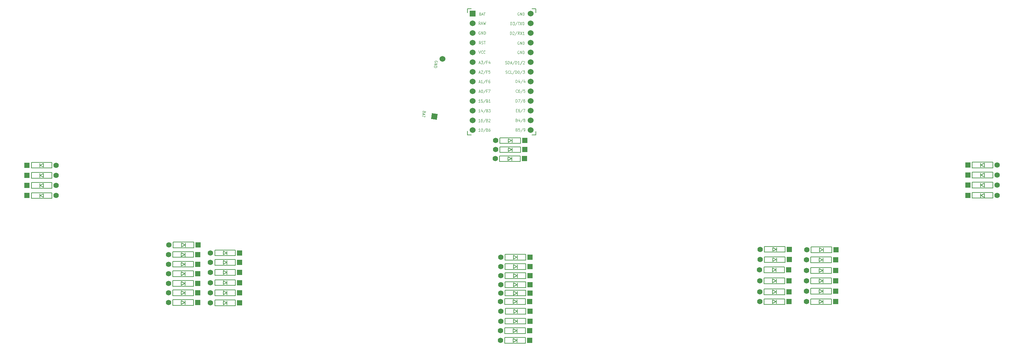
<source format=gbr>
G04 #@! TF.GenerationSoftware,KiCad,Pcbnew,7.0.1-0*
G04 #@! TF.CreationDate,2023-10-08T21:15:56+09:00*
G04 #@! TF.ProjectId,cool846ble,636f6f6c-3834-4366-926c-652e6b696361,rev?*
G04 #@! TF.SameCoordinates,Original*
G04 #@! TF.FileFunction,Legend,Top*
G04 #@! TF.FilePolarity,Positive*
%FSLAX46Y46*%
G04 Gerber Fmt 4.6, Leading zero omitted, Abs format (unit mm)*
G04 Created by KiCad (PCBNEW 7.0.1-0) date 2023-10-08 21:15:56*
%MOMM*%
%LPD*%
G01*
G04 APERTURE LIST*
G04 Aperture macros list*
%AMRotRect*
0 Rectangle, with rotation*
0 The origin of the aperture is its center*
0 $1 length*
0 $2 width*
0 $3 Rotation angle, in degrees counterclockwise*
0 Add horizontal line*
21,1,$1,$2,0,0,$3*%
G04 Aperture macros list end*
%ADD10C,0.125000*%
%ADD11C,0.150000*%
%ADD12C,1.397000*%
%ADD13R,1.397000X1.397000*%
%ADD14C,1.524000*%
%ADD15R,1.524000X1.524000*%
%ADD16RotRect,1.524000X1.524000X82.000000*%
G04 APERTURE END LIST*
D10*
X-237799018Y-73664964D02*
X-238181875Y-73664964D01*
X-237990447Y-73664964D02*
X-237990447Y-72914964D01*
X-237990447Y-72914964D02*
X-238054256Y-73022107D01*
X-238054256Y-73022107D02*
X-238118066Y-73093535D01*
X-238118066Y-73093535D02*
X-238181875Y-73129250D01*
X-237224733Y-72914964D02*
X-237352352Y-72914964D01*
X-237352352Y-72914964D02*
X-237416161Y-72950678D01*
X-237416161Y-72950678D02*
X-237448066Y-72986392D01*
X-237448066Y-72986392D02*
X-237511876Y-73093535D01*
X-237511876Y-73093535D02*
X-237543780Y-73236392D01*
X-237543780Y-73236392D02*
X-237543780Y-73522107D01*
X-237543780Y-73522107D02*
X-237511876Y-73593535D01*
X-237511876Y-73593535D02*
X-237479971Y-73629250D01*
X-237479971Y-73629250D02*
X-237416161Y-73664964D01*
X-237416161Y-73664964D02*
X-237288542Y-73664964D01*
X-237288542Y-73664964D02*
X-237224733Y-73629250D01*
X-237224733Y-73629250D02*
X-237192828Y-73593535D01*
X-237192828Y-73593535D02*
X-237160923Y-73522107D01*
X-237160923Y-73522107D02*
X-237160923Y-73343535D01*
X-237160923Y-73343535D02*
X-237192828Y-73272107D01*
X-237192828Y-73272107D02*
X-237224733Y-73236392D01*
X-237224733Y-73236392D02*
X-237288542Y-73200678D01*
X-237288542Y-73200678D02*
X-237416161Y-73200678D01*
X-237416161Y-73200678D02*
X-237479971Y-73236392D01*
X-237479971Y-73236392D02*
X-237511876Y-73272107D01*
X-237511876Y-73272107D02*
X-237543780Y-73343535D01*
X-236395209Y-72879250D02*
X-236969495Y-73843535D01*
X-235948542Y-73272107D02*
X-235852828Y-73307821D01*
X-235852828Y-73307821D02*
X-235820923Y-73343535D01*
X-235820923Y-73343535D02*
X-235789019Y-73414964D01*
X-235789019Y-73414964D02*
X-235789019Y-73522107D01*
X-235789019Y-73522107D02*
X-235820923Y-73593535D01*
X-235820923Y-73593535D02*
X-235852828Y-73629250D01*
X-235852828Y-73629250D02*
X-235916638Y-73664964D01*
X-235916638Y-73664964D02*
X-236171876Y-73664964D01*
X-236171876Y-73664964D02*
X-236171876Y-72914964D01*
X-236171876Y-72914964D02*
X-235948542Y-72914964D01*
X-235948542Y-72914964D02*
X-235884733Y-72950678D01*
X-235884733Y-72950678D02*
X-235852828Y-72986392D01*
X-235852828Y-72986392D02*
X-235820923Y-73057821D01*
X-235820923Y-73057821D02*
X-235820923Y-73129250D01*
X-235820923Y-73129250D02*
X-235852828Y-73200678D01*
X-235852828Y-73200678D02*
X-235884733Y-73236392D01*
X-235884733Y-73236392D02*
X-235948542Y-73272107D01*
X-235948542Y-73272107D02*
X-236171876Y-73272107D01*
X-235533780Y-72986392D02*
X-235501876Y-72950678D01*
X-235501876Y-72950678D02*
X-235438066Y-72914964D01*
X-235438066Y-72914964D02*
X-235278542Y-72914964D01*
X-235278542Y-72914964D02*
X-235214733Y-72950678D01*
X-235214733Y-72950678D02*
X-235182828Y-72986392D01*
X-235182828Y-72986392D02*
X-235150923Y-73057821D01*
X-235150923Y-73057821D02*
X-235150923Y-73129250D01*
X-235150923Y-73129250D02*
X-235182828Y-73236392D01*
X-235182828Y-73236392D02*
X-235565685Y-73664964D01*
X-235565685Y-73664964D02*
X-235150923Y-73664964D01*
X-237749019Y-48214964D02*
X-237972352Y-47857821D01*
X-238131876Y-48214964D02*
X-238131876Y-47464964D01*
X-238131876Y-47464964D02*
X-237876638Y-47464964D01*
X-237876638Y-47464964D02*
X-237812828Y-47500678D01*
X-237812828Y-47500678D02*
X-237780923Y-47536392D01*
X-237780923Y-47536392D02*
X-237749019Y-47607821D01*
X-237749019Y-47607821D02*
X-237749019Y-47714964D01*
X-237749019Y-47714964D02*
X-237780923Y-47786392D01*
X-237780923Y-47786392D02*
X-237812828Y-47822107D01*
X-237812828Y-47822107D02*
X-237876638Y-47857821D01*
X-237876638Y-47857821D02*
X-238131876Y-47857821D01*
X-237493780Y-48000678D02*
X-237174733Y-48000678D01*
X-237557590Y-48214964D02*
X-237334257Y-47464964D01*
X-237334257Y-47464964D02*
X-237110923Y-48214964D01*
X-236951399Y-47464964D02*
X-236791875Y-48214964D01*
X-236791875Y-48214964D02*
X-236664256Y-47679250D01*
X-236664256Y-47679250D02*
X-236536637Y-48214964D01*
X-236536637Y-48214964D02*
X-236377114Y-47464964D01*
X-237799018Y-76164964D02*
X-238181875Y-76164964D01*
X-237990447Y-76164964D02*
X-237990447Y-75414964D01*
X-237990447Y-75414964D02*
X-238054256Y-75522107D01*
X-238054256Y-75522107D02*
X-238118066Y-75593535D01*
X-238118066Y-75593535D02*
X-238181875Y-75629250D01*
X-237384257Y-75414964D02*
X-237320447Y-75414964D01*
X-237320447Y-75414964D02*
X-237256638Y-75450678D01*
X-237256638Y-75450678D02*
X-237224733Y-75486392D01*
X-237224733Y-75486392D02*
X-237192828Y-75557821D01*
X-237192828Y-75557821D02*
X-237160923Y-75700678D01*
X-237160923Y-75700678D02*
X-237160923Y-75879250D01*
X-237160923Y-75879250D02*
X-237192828Y-76022107D01*
X-237192828Y-76022107D02*
X-237224733Y-76093535D01*
X-237224733Y-76093535D02*
X-237256638Y-76129250D01*
X-237256638Y-76129250D02*
X-237320447Y-76164964D01*
X-237320447Y-76164964D02*
X-237384257Y-76164964D01*
X-237384257Y-76164964D02*
X-237448066Y-76129250D01*
X-237448066Y-76129250D02*
X-237479971Y-76093535D01*
X-237479971Y-76093535D02*
X-237511876Y-76022107D01*
X-237511876Y-76022107D02*
X-237543780Y-75879250D01*
X-237543780Y-75879250D02*
X-237543780Y-75700678D01*
X-237543780Y-75700678D02*
X-237511876Y-75557821D01*
X-237511876Y-75557821D02*
X-237479971Y-75486392D01*
X-237479971Y-75486392D02*
X-237448066Y-75450678D01*
X-237448066Y-75450678D02*
X-237384257Y-75414964D01*
X-236395209Y-75379250D02*
X-236969495Y-76343535D01*
X-235948542Y-75772107D02*
X-235852828Y-75807821D01*
X-235852828Y-75807821D02*
X-235820923Y-75843535D01*
X-235820923Y-75843535D02*
X-235789019Y-75914964D01*
X-235789019Y-75914964D02*
X-235789019Y-76022107D01*
X-235789019Y-76022107D02*
X-235820923Y-76093535D01*
X-235820923Y-76093535D02*
X-235852828Y-76129250D01*
X-235852828Y-76129250D02*
X-235916638Y-76164964D01*
X-235916638Y-76164964D02*
X-236171876Y-76164964D01*
X-236171876Y-76164964D02*
X-236171876Y-75414964D01*
X-236171876Y-75414964D02*
X-235948542Y-75414964D01*
X-235948542Y-75414964D02*
X-235884733Y-75450678D01*
X-235884733Y-75450678D02*
X-235852828Y-75486392D01*
X-235852828Y-75486392D02*
X-235820923Y-75557821D01*
X-235820923Y-75557821D02*
X-235820923Y-75629250D01*
X-235820923Y-75629250D02*
X-235852828Y-75700678D01*
X-235852828Y-75700678D02*
X-235884733Y-75736392D01*
X-235884733Y-75736392D02*
X-235948542Y-75772107D01*
X-235948542Y-75772107D02*
X-236171876Y-75772107D01*
X-235214733Y-75414964D02*
X-235342352Y-75414964D01*
X-235342352Y-75414964D02*
X-235406161Y-75450678D01*
X-235406161Y-75450678D02*
X-235438066Y-75486392D01*
X-235438066Y-75486392D02*
X-235501876Y-75593535D01*
X-235501876Y-75593535D02*
X-235533780Y-75736392D01*
X-235533780Y-75736392D02*
X-235533780Y-76022107D01*
X-235533780Y-76022107D02*
X-235501876Y-76093535D01*
X-235501876Y-76093535D02*
X-235469971Y-76129250D01*
X-235469971Y-76129250D02*
X-235406161Y-76164964D01*
X-235406161Y-76164964D02*
X-235278542Y-76164964D01*
X-235278542Y-76164964D02*
X-235214733Y-76129250D01*
X-235214733Y-76129250D02*
X-235182828Y-76093535D01*
X-235182828Y-76093535D02*
X-235150923Y-76022107D01*
X-235150923Y-76022107D02*
X-235150923Y-75843535D01*
X-235150923Y-75843535D02*
X-235182828Y-75772107D01*
X-235182828Y-75772107D02*
X-235214733Y-75736392D01*
X-235214733Y-75736392D02*
X-235278542Y-75700678D01*
X-235278542Y-75700678D02*
X-235406161Y-75700678D01*
X-235406161Y-75700678D02*
X-235469971Y-75736392D01*
X-235469971Y-75736392D02*
X-235501876Y-75772107D01*
X-235501876Y-75772107D02*
X-235533780Y-75843535D01*
X-228445923Y-63414964D02*
X-228445923Y-62664964D01*
X-228445923Y-62664964D02*
X-228286399Y-62664964D01*
X-228286399Y-62664964D02*
X-228190685Y-62700678D01*
X-228190685Y-62700678D02*
X-228126875Y-62772107D01*
X-228126875Y-62772107D02*
X-228094970Y-62843535D01*
X-228094970Y-62843535D02*
X-228063066Y-62986392D01*
X-228063066Y-62986392D02*
X-228063066Y-63093535D01*
X-228063066Y-63093535D02*
X-228094970Y-63236392D01*
X-228094970Y-63236392D02*
X-228126875Y-63307821D01*
X-228126875Y-63307821D02*
X-228190685Y-63379250D01*
X-228190685Y-63379250D02*
X-228286399Y-63414964D01*
X-228286399Y-63414964D02*
X-228445923Y-63414964D01*
X-227488780Y-62914964D02*
X-227488780Y-63414964D01*
X-227648304Y-62629250D02*
X-227807827Y-63164964D01*
X-227807827Y-63164964D02*
X-227393066Y-63164964D01*
X-226659256Y-62629250D02*
X-227233542Y-63593535D01*
X-226148780Y-62914964D02*
X-226148780Y-63414964D01*
X-226308304Y-62629250D02*
X-226467827Y-63164964D01*
X-226467827Y-63164964D02*
X-226053066Y-63164964D01*
X-228414018Y-70672107D02*
X-228190684Y-70672107D01*
X-228094970Y-71064964D02*
X-228414018Y-71064964D01*
X-228414018Y-71064964D02*
X-228414018Y-70314964D01*
X-228414018Y-70314964D02*
X-228094970Y-70314964D01*
X-227520685Y-70314964D02*
X-227648304Y-70314964D01*
X-227648304Y-70314964D02*
X-227712113Y-70350678D01*
X-227712113Y-70350678D02*
X-227744018Y-70386392D01*
X-227744018Y-70386392D02*
X-227807828Y-70493535D01*
X-227807828Y-70493535D02*
X-227839732Y-70636392D01*
X-227839732Y-70636392D02*
X-227839732Y-70922107D01*
X-227839732Y-70922107D02*
X-227807828Y-70993535D01*
X-227807828Y-70993535D02*
X-227775923Y-71029250D01*
X-227775923Y-71029250D02*
X-227712113Y-71064964D01*
X-227712113Y-71064964D02*
X-227584494Y-71064964D01*
X-227584494Y-71064964D02*
X-227520685Y-71029250D01*
X-227520685Y-71029250D02*
X-227488780Y-70993535D01*
X-227488780Y-70993535D02*
X-227456875Y-70922107D01*
X-227456875Y-70922107D02*
X-227456875Y-70743535D01*
X-227456875Y-70743535D02*
X-227488780Y-70672107D01*
X-227488780Y-70672107D02*
X-227520685Y-70636392D01*
X-227520685Y-70636392D02*
X-227584494Y-70600678D01*
X-227584494Y-70600678D02*
X-227712113Y-70600678D01*
X-227712113Y-70600678D02*
X-227775923Y-70636392D01*
X-227775923Y-70636392D02*
X-227807828Y-70672107D01*
X-227807828Y-70672107D02*
X-227839732Y-70743535D01*
X-226691161Y-70279250D02*
X-227265447Y-71243535D01*
X-226531637Y-70314964D02*
X-226084971Y-70314964D01*
X-226084971Y-70314964D02*
X-226372113Y-71064964D01*
X-238102113Y-65800678D02*
X-237783066Y-65800678D01*
X-238165923Y-66014964D02*
X-237942590Y-65264964D01*
X-237942590Y-65264964D02*
X-237719256Y-66014964D01*
X-237368304Y-65264964D02*
X-237304494Y-65264964D01*
X-237304494Y-65264964D02*
X-237240685Y-65300678D01*
X-237240685Y-65300678D02*
X-237208780Y-65336392D01*
X-237208780Y-65336392D02*
X-237176875Y-65407821D01*
X-237176875Y-65407821D02*
X-237144970Y-65550678D01*
X-237144970Y-65550678D02*
X-237144970Y-65729250D01*
X-237144970Y-65729250D02*
X-237176875Y-65872107D01*
X-237176875Y-65872107D02*
X-237208780Y-65943535D01*
X-237208780Y-65943535D02*
X-237240685Y-65979250D01*
X-237240685Y-65979250D02*
X-237304494Y-66014964D01*
X-237304494Y-66014964D02*
X-237368304Y-66014964D01*
X-237368304Y-66014964D02*
X-237432113Y-65979250D01*
X-237432113Y-65979250D02*
X-237464018Y-65943535D01*
X-237464018Y-65943535D02*
X-237495923Y-65872107D01*
X-237495923Y-65872107D02*
X-237527827Y-65729250D01*
X-237527827Y-65729250D02*
X-237527827Y-65550678D01*
X-237527827Y-65550678D02*
X-237495923Y-65407821D01*
X-237495923Y-65407821D02*
X-237464018Y-65336392D01*
X-237464018Y-65336392D02*
X-237432113Y-65300678D01*
X-237432113Y-65300678D02*
X-237368304Y-65264964D01*
X-236379256Y-65229250D02*
X-236953542Y-66193535D01*
X-235932589Y-65622107D02*
X-236155923Y-65622107D01*
X-236155923Y-66014964D02*
X-236155923Y-65264964D01*
X-236155923Y-65264964D02*
X-235836875Y-65264964D01*
X-235645446Y-65264964D02*
X-235198780Y-65264964D01*
X-235198780Y-65264964D02*
X-235485922Y-66014964D01*
X-237799018Y-68564964D02*
X-238181875Y-68564964D01*
X-237990447Y-68564964D02*
X-237990447Y-67814964D01*
X-237990447Y-67814964D02*
X-238054256Y-67922107D01*
X-238054256Y-67922107D02*
X-238118066Y-67993535D01*
X-238118066Y-67993535D02*
X-238181875Y-68029250D01*
X-237192828Y-67814964D02*
X-237511876Y-67814964D01*
X-237511876Y-67814964D02*
X-237543780Y-68172107D01*
X-237543780Y-68172107D02*
X-237511876Y-68136392D01*
X-237511876Y-68136392D02*
X-237448066Y-68100678D01*
X-237448066Y-68100678D02*
X-237288542Y-68100678D01*
X-237288542Y-68100678D02*
X-237224733Y-68136392D01*
X-237224733Y-68136392D02*
X-237192828Y-68172107D01*
X-237192828Y-68172107D02*
X-237160923Y-68243535D01*
X-237160923Y-68243535D02*
X-237160923Y-68422107D01*
X-237160923Y-68422107D02*
X-237192828Y-68493535D01*
X-237192828Y-68493535D02*
X-237224733Y-68529250D01*
X-237224733Y-68529250D02*
X-237288542Y-68564964D01*
X-237288542Y-68564964D02*
X-237448066Y-68564964D01*
X-237448066Y-68564964D02*
X-237511876Y-68529250D01*
X-237511876Y-68529250D02*
X-237543780Y-68493535D01*
X-236395209Y-67779250D02*
X-236969495Y-68743535D01*
X-235948542Y-68172107D02*
X-235852828Y-68207821D01*
X-235852828Y-68207821D02*
X-235820923Y-68243535D01*
X-235820923Y-68243535D02*
X-235789019Y-68314964D01*
X-235789019Y-68314964D02*
X-235789019Y-68422107D01*
X-235789019Y-68422107D02*
X-235820923Y-68493535D01*
X-235820923Y-68493535D02*
X-235852828Y-68529250D01*
X-235852828Y-68529250D02*
X-235916638Y-68564964D01*
X-235916638Y-68564964D02*
X-236171876Y-68564964D01*
X-236171876Y-68564964D02*
X-236171876Y-67814964D01*
X-236171876Y-67814964D02*
X-235948542Y-67814964D01*
X-235948542Y-67814964D02*
X-235884733Y-67850678D01*
X-235884733Y-67850678D02*
X-235852828Y-67886392D01*
X-235852828Y-67886392D02*
X-235820923Y-67957821D01*
X-235820923Y-67957821D02*
X-235820923Y-68029250D01*
X-235820923Y-68029250D02*
X-235852828Y-68100678D01*
X-235852828Y-68100678D02*
X-235884733Y-68136392D01*
X-235884733Y-68136392D02*
X-235948542Y-68172107D01*
X-235948542Y-68172107D02*
X-236171876Y-68172107D01*
X-235150923Y-68564964D02*
X-235533780Y-68564964D01*
X-235342352Y-68564964D02*
X-235342352Y-67814964D01*
X-235342352Y-67814964D02*
X-235406161Y-67922107D01*
X-235406161Y-67922107D02*
X-235469971Y-67993535D01*
X-235469971Y-67993535D02*
X-235533780Y-68029250D01*
X-237653304Y-53314964D02*
X-237876637Y-52957821D01*
X-238036161Y-53314964D02*
X-238036161Y-52564964D01*
X-238036161Y-52564964D02*
X-237780923Y-52564964D01*
X-237780923Y-52564964D02*
X-237717113Y-52600678D01*
X-237717113Y-52600678D02*
X-237685208Y-52636392D01*
X-237685208Y-52636392D02*
X-237653304Y-52707821D01*
X-237653304Y-52707821D02*
X-237653304Y-52814964D01*
X-237653304Y-52814964D02*
X-237685208Y-52886392D01*
X-237685208Y-52886392D02*
X-237717113Y-52922107D01*
X-237717113Y-52922107D02*
X-237780923Y-52957821D01*
X-237780923Y-52957821D02*
X-238036161Y-52957821D01*
X-237398065Y-53279250D02*
X-237302351Y-53314964D01*
X-237302351Y-53314964D02*
X-237142827Y-53314964D01*
X-237142827Y-53314964D02*
X-237079018Y-53279250D01*
X-237079018Y-53279250D02*
X-237047113Y-53243535D01*
X-237047113Y-53243535D02*
X-237015208Y-53172107D01*
X-237015208Y-53172107D02*
X-237015208Y-53100678D01*
X-237015208Y-53100678D02*
X-237047113Y-53029250D01*
X-237047113Y-53029250D02*
X-237079018Y-52993535D01*
X-237079018Y-52993535D02*
X-237142827Y-52957821D01*
X-237142827Y-52957821D02*
X-237270446Y-52922107D01*
X-237270446Y-52922107D02*
X-237334256Y-52886392D01*
X-237334256Y-52886392D02*
X-237366161Y-52850678D01*
X-237366161Y-52850678D02*
X-237398065Y-52779250D01*
X-237398065Y-52779250D02*
X-237398065Y-52707821D01*
X-237398065Y-52707821D02*
X-237366161Y-52636392D01*
X-237366161Y-52636392D02*
X-237334256Y-52600678D01*
X-237334256Y-52600678D02*
X-237270446Y-52564964D01*
X-237270446Y-52564964D02*
X-237110923Y-52564964D01*
X-237110923Y-52564964D02*
X-237015208Y-52600678D01*
X-236823780Y-52564964D02*
X-236440923Y-52564964D01*
X-236632351Y-53314964D02*
X-236632351Y-52564964D01*
X-227656875Y-52700678D02*
X-227720685Y-52664964D01*
X-227720685Y-52664964D02*
X-227816399Y-52664964D01*
X-227816399Y-52664964D02*
X-227912113Y-52700678D01*
X-227912113Y-52700678D02*
X-227975923Y-52772107D01*
X-227975923Y-52772107D02*
X-228007828Y-52843535D01*
X-228007828Y-52843535D02*
X-228039732Y-52986392D01*
X-228039732Y-52986392D02*
X-228039732Y-53093535D01*
X-228039732Y-53093535D02*
X-228007828Y-53236392D01*
X-228007828Y-53236392D02*
X-227975923Y-53307821D01*
X-227975923Y-53307821D02*
X-227912113Y-53379250D01*
X-227912113Y-53379250D02*
X-227816399Y-53414964D01*
X-227816399Y-53414964D02*
X-227752590Y-53414964D01*
X-227752590Y-53414964D02*
X-227656875Y-53379250D01*
X-227656875Y-53379250D02*
X-227624971Y-53343535D01*
X-227624971Y-53343535D02*
X-227624971Y-53093535D01*
X-227624971Y-53093535D02*
X-227752590Y-53093535D01*
X-227337828Y-53414964D02*
X-227337828Y-52664964D01*
X-227337828Y-52664964D02*
X-226954971Y-53414964D01*
X-226954971Y-53414964D02*
X-226954971Y-52664964D01*
X-226635923Y-53414964D02*
X-226635923Y-52664964D01*
X-226635923Y-52664964D02*
X-226476399Y-52664964D01*
X-226476399Y-52664964D02*
X-226380685Y-52700678D01*
X-226380685Y-52700678D02*
X-226316875Y-52772107D01*
X-226316875Y-52772107D02*
X-226284970Y-52843535D01*
X-226284970Y-52843535D02*
X-226253066Y-52986392D01*
X-226253066Y-52986392D02*
X-226253066Y-53093535D01*
X-226253066Y-53093535D02*
X-226284970Y-53236392D01*
X-226284970Y-53236392D02*
X-226316875Y-53307821D01*
X-226316875Y-53307821D02*
X-226380685Y-53379250D01*
X-226380685Y-53379250D02*
X-226476399Y-53414964D01*
X-226476399Y-53414964D02*
X-226635923Y-53414964D01*
X-228222589Y-73222107D02*
X-228126875Y-73257821D01*
X-228126875Y-73257821D02*
X-228094970Y-73293535D01*
X-228094970Y-73293535D02*
X-228063066Y-73364964D01*
X-228063066Y-73364964D02*
X-228063066Y-73472107D01*
X-228063066Y-73472107D02*
X-228094970Y-73543535D01*
X-228094970Y-73543535D02*
X-228126875Y-73579250D01*
X-228126875Y-73579250D02*
X-228190685Y-73614964D01*
X-228190685Y-73614964D02*
X-228445923Y-73614964D01*
X-228445923Y-73614964D02*
X-228445923Y-72864964D01*
X-228445923Y-72864964D02*
X-228222589Y-72864964D01*
X-228222589Y-72864964D02*
X-228158780Y-72900678D01*
X-228158780Y-72900678D02*
X-228126875Y-72936392D01*
X-228126875Y-72936392D02*
X-228094970Y-73007821D01*
X-228094970Y-73007821D02*
X-228094970Y-73079250D01*
X-228094970Y-73079250D02*
X-228126875Y-73150678D01*
X-228126875Y-73150678D02*
X-228158780Y-73186392D01*
X-228158780Y-73186392D02*
X-228222589Y-73222107D01*
X-228222589Y-73222107D02*
X-228445923Y-73222107D01*
X-227488780Y-73114964D02*
X-227488780Y-73614964D01*
X-227648304Y-72829250D02*
X-227807827Y-73364964D01*
X-227807827Y-73364964D02*
X-227393066Y-73364964D01*
X-226659256Y-72829250D02*
X-227233542Y-73793535D01*
X-226340208Y-73186392D02*
X-226404018Y-73150678D01*
X-226404018Y-73150678D02*
X-226435923Y-73114964D01*
X-226435923Y-73114964D02*
X-226467827Y-73043535D01*
X-226467827Y-73043535D02*
X-226467827Y-73007821D01*
X-226467827Y-73007821D02*
X-226435923Y-72936392D01*
X-226435923Y-72936392D02*
X-226404018Y-72900678D01*
X-226404018Y-72900678D02*
X-226340208Y-72864964D01*
X-226340208Y-72864964D02*
X-226212589Y-72864964D01*
X-226212589Y-72864964D02*
X-226148780Y-72900678D01*
X-226148780Y-72900678D02*
X-226116875Y-72936392D01*
X-226116875Y-72936392D02*
X-226084970Y-73007821D01*
X-226084970Y-73007821D02*
X-226084970Y-73043535D01*
X-226084970Y-73043535D02*
X-226116875Y-73114964D01*
X-226116875Y-73114964D02*
X-226148780Y-73150678D01*
X-226148780Y-73150678D02*
X-226212589Y-73186392D01*
X-226212589Y-73186392D02*
X-226340208Y-73186392D01*
X-226340208Y-73186392D02*
X-226404018Y-73222107D01*
X-226404018Y-73222107D02*
X-226435923Y-73257821D01*
X-226435923Y-73257821D02*
X-226467827Y-73329250D01*
X-226467827Y-73329250D02*
X-226467827Y-73472107D01*
X-226467827Y-73472107D02*
X-226435923Y-73543535D01*
X-226435923Y-73543535D02*
X-226404018Y-73579250D01*
X-226404018Y-73579250D02*
X-226340208Y-73614964D01*
X-226340208Y-73614964D02*
X-226212589Y-73614964D01*
X-226212589Y-73614964D02*
X-226148780Y-73579250D01*
X-226148780Y-73579250D02*
X-226116875Y-73543535D01*
X-226116875Y-73543535D02*
X-226084970Y-73472107D01*
X-226084970Y-73472107D02*
X-226084970Y-73329250D01*
X-226084970Y-73329250D02*
X-226116875Y-73257821D01*
X-226116875Y-73257821D02*
X-226148780Y-73222107D01*
X-226148780Y-73222107D02*
X-226212589Y-73186392D01*
X-238102113Y-63250678D02*
X-237783066Y-63250678D01*
X-238165923Y-63464964D02*
X-237942590Y-62714964D01*
X-237942590Y-62714964D02*
X-237719256Y-63464964D01*
X-237144970Y-63464964D02*
X-237527827Y-63464964D01*
X-237336399Y-63464964D02*
X-237336399Y-62714964D01*
X-237336399Y-62714964D02*
X-237400208Y-62822107D01*
X-237400208Y-62822107D02*
X-237464018Y-62893535D01*
X-237464018Y-62893535D02*
X-237527827Y-62929250D01*
X-236379256Y-62679250D02*
X-236953542Y-63643535D01*
X-235932589Y-63072107D02*
X-236155923Y-63072107D01*
X-236155923Y-63464964D02*
X-236155923Y-62714964D01*
X-236155923Y-62714964D02*
X-235836875Y-62714964D01*
X-235294494Y-62714964D02*
X-235422113Y-62714964D01*
X-235422113Y-62714964D02*
X-235485922Y-62750678D01*
X-235485922Y-62750678D02*
X-235517827Y-62786392D01*
X-235517827Y-62786392D02*
X-235581637Y-62893535D01*
X-235581637Y-62893535D02*
X-235613541Y-63036392D01*
X-235613541Y-63036392D02*
X-235613541Y-63322107D01*
X-235613541Y-63322107D02*
X-235581637Y-63393535D01*
X-235581637Y-63393535D02*
X-235549732Y-63429250D01*
X-235549732Y-63429250D02*
X-235485922Y-63464964D01*
X-235485922Y-63464964D02*
X-235358303Y-63464964D01*
X-235358303Y-63464964D02*
X-235294494Y-63429250D01*
X-235294494Y-63429250D02*
X-235262589Y-63393535D01*
X-235262589Y-63393535D02*
X-235230684Y-63322107D01*
X-235230684Y-63322107D02*
X-235230684Y-63143535D01*
X-235230684Y-63143535D02*
X-235262589Y-63072107D01*
X-235262589Y-63072107D02*
X-235294494Y-63036392D01*
X-235294494Y-63036392D02*
X-235358303Y-63000678D01*
X-235358303Y-63000678D02*
X-235485922Y-63000678D01*
X-235485922Y-63000678D02*
X-235549732Y-63036392D01*
X-235549732Y-63036392D02*
X-235581637Y-63072107D01*
X-235581637Y-63072107D02*
X-235613541Y-63143535D01*
X-228222589Y-75722107D02*
X-228126875Y-75757821D01*
X-228126875Y-75757821D02*
X-228094970Y-75793535D01*
X-228094970Y-75793535D02*
X-228063066Y-75864964D01*
X-228063066Y-75864964D02*
X-228063066Y-75972107D01*
X-228063066Y-75972107D02*
X-228094970Y-76043535D01*
X-228094970Y-76043535D02*
X-228126875Y-76079250D01*
X-228126875Y-76079250D02*
X-228190685Y-76114964D01*
X-228190685Y-76114964D02*
X-228445923Y-76114964D01*
X-228445923Y-76114964D02*
X-228445923Y-75364964D01*
X-228445923Y-75364964D02*
X-228222589Y-75364964D01*
X-228222589Y-75364964D02*
X-228158780Y-75400678D01*
X-228158780Y-75400678D02*
X-228126875Y-75436392D01*
X-228126875Y-75436392D02*
X-228094970Y-75507821D01*
X-228094970Y-75507821D02*
X-228094970Y-75579250D01*
X-228094970Y-75579250D02*
X-228126875Y-75650678D01*
X-228126875Y-75650678D02*
X-228158780Y-75686392D01*
X-228158780Y-75686392D02*
X-228222589Y-75722107D01*
X-228222589Y-75722107D02*
X-228445923Y-75722107D01*
X-227456875Y-75364964D02*
X-227775923Y-75364964D01*
X-227775923Y-75364964D02*
X-227807827Y-75722107D01*
X-227807827Y-75722107D02*
X-227775923Y-75686392D01*
X-227775923Y-75686392D02*
X-227712113Y-75650678D01*
X-227712113Y-75650678D02*
X-227552589Y-75650678D01*
X-227552589Y-75650678D02*
X-227488780Y-75686392D01*
X-227488780Y-75686392D02*
X-227456875Y-75722107D01*
X-227456875Y-75722107D02*
X-227424970Y-75793535D01*
X-227424970Y-75793535D02*
X-227424970Y-75972107D01*
X-227424970Y-75972107D02*
X-227456875Y-76043535D01*
X-227456875Y-76043535D02*
X-227488780Y-76079250D01*
X-227488780Y-76079250D02*
X-227552589Y-76114964D01*
X-227552589Y-76114964D02*
X-227712113Y-76114964D01*
X-227712113Y-76114964D02*
X-227775923Y-76079250D01*
X-227775923Y-76079250D02*
X-227807827Y-76043535D01*
X-226659256Y-75329250D02*
X-227233542Y-76293535D01*
X-226404018Y-76114964D02*
X-226276399Y-76114964D01*
X-226276399Y-76114964D02*
X-226212589Y-76079250D01*
X-226212589Y-76079250D02*
X-226180685Y-76043535D01*
X-226180685Y-76043535D02*
X-226116875Y-75936392D01*
X-226116875Y-75936392D02*
X-226084970Y-75793535D01*
X-226084970Y-75793535D02*
X-226084970Y-75507821D01*
X-226084970Y-75507821D02*
X-226116875Y-75436392D01*
X-226116875Y-75436392D02*
X-226148780Y-75400678D01*
X-226148780Y-75400678D02*
X-226212589Y-75364964D01*
X-226212589Y-75364964D02*
X-226340208Y-75364964D01*
X-226340208Y-75364964D02*
X-226404018Y-75400678D01*
X-226404018Y-75400678D02*
X-226435923Y-75436392D01*
X-226435923Y-75436392D02*
X-226467827Y-75507821D01*
X-226467827Y-75507821D02*
X-226467827Y-75686392D01*
X-226467827Y-75686392D02*
X-226435923Y-75757821D01*
X-226435923Y-75757821D02*
X-226404018Y-75793535D01*
X-226404018Y-75793535D02*
X-226340208Y-75829250D01*
X-226340208Y-75829250D02*
X-226212589Y-75829250D01*
X-226212589Y-75829250D02*
X-226148780Y-75793535D01*
X-226148780Y-75793535D02*
X-226116875Y-75757821D01*
X-226116875Y-75757821D02*
X-226084970Y-75686392D01*
X-227656875Y-55150678D02*
X-227720685Y-55114964D01*
X-227720685Y-55114964D02*
X-227816399Y-55114964D01*
X-227816399Y-55114964D02*
X-227912113Y-55150678D01*
X-227912113Y-55150678D02*
X-227975923Y-55222107D01*
X-227975923Y-55222107D02*
X-228007828Y-55293535D01*
X-228007828Y-55293535D02*
X-228039732Y-55436392D01*
X-228039732Y-55436392D02*
X-228039732Y-55543535D01*
X-228039732Y-55543535D02*
X-228007828Y-55686392D01*
X-228007828Y-55686392D02*
X-227975923Y-55757821D01*
X-227975923Y-55757821D02*
X-227912113Y-55829250D01*
X-227912113Y-55829250D02*
X-227816399Y-55864964D01*
X-227816399Y-55864964D02*
X-227752590Y-55864964D01*
X-227752590Y-55864964D02*
X-227656875Y-55829250D01*
X-227656875Y-55829250D02*
X-227624971Y-55793535D01*
X-227624971Y-55793535D02*
X-227624971Y-55543535D01*
X-227624971Y-55543535D02*
X-227752590Y-55543535D01*
X-227337828Y-55864964D02*
X-227337828Y-55114964D01*
X-227337828Y-55114964D02*
X-226954971Y-55864964D01*
X-226954971Y-55864964D02*
X-226954971Y-55114964D01*
X-226635923Y-55864964D02*
X-226635923Y-55114964D01*
X-226635923Y-55114964D02*
X-226476399Y-55114964D01*
X-226476399Y-55114964D02*
X-226380685Y-55150678D01*
X-226380685Y-55150678D02*
X-226316875Y-55222107D01*
X-226316875Y-55222107D02*
X-226284970Y-55293535D01*
X-226284970Y-55293535D02*
X-226253066Y-55436392D01*
X-226253066Y-55436392D02*
X-226253066Y-55543535D01*
X-226253066Y-55543535D02*
X-226284970Y-55686392D01*
X-226284970Y-55686392D02*
X-226316875Y-55757821D01*
X-226316875Y-55757821D02*
X-226380685Y-55829250D01*
X-226380685Y-55829250D02*
X-226476399Y-55864964D01*
X-226476399Y-55864964D02*
X-226635923Y-55864964D01*
X-238102113Y-60750678D02*
X-237783066Y-60750678D01*
X-238165923Y-60964964D02*
X-237942590Y-60214964D01*
X-237942590Y-60214964D02*
X-237719256Y-60964964D01*
X-237527827Y-60286392D02*
X-237495923Y-60250678D01*
X-237495923Y-60250678D02*
X-237432113Y-60214964D01*
X-237432113Y-60214964D02*
X-237272589Y-60214964D01*
X-237272589Y-60214964D02*
X-237208780Y-60250678D01*
X-237208780Y-60250678D02*
X-237176875Y-60286392D01*
X-237176875Y-60286392D02*
X-237144970Y-60357821D01*
X-237144970Y-60357821D02*
X-237144970Y-60429250D01*
X-237144970Y-60429250D02*
X-237176875Y-60536392D01*
X-237176875Y-60536392D02*
X-237559732Y-60964964D01*
X-237559732Y-60964964D02*
X-237144970Y-60964964D01*
X-236379256Y-60179250D02*
X-236953542Y-61143535D01*
X-235932589Y-60572107D02*
X-236155923Y-60572107D01*
X-236155923Y-60964964D02*
X-236155923Y-60214964D01*
X-236155923Y-60214964D02*
X-235836875Y-60214964D01*
X-235262589Y-60214964D02*
X-235581637Y-60214964D01*
X-235581637Y-60214964D02*
X-235613541Y-60572107D01*
X-235613541Y-60572107D02*
X-235581637Y-60536392D01*
X-235581637Y-60536392D02*
X-235517827Y-60500678D01*
X-235517827Y-60500678D02*
X-235358303Y-60500678D01*
X-235358303Y-60500678D02*
X-235294494Y-60536392D01*
X-235294494Y-60536392D02*
X-235262589Y-60572107D01*
X-235262589Y-60572107D02*
X-235230684Y-60643535D01*
X-235230684Y-60643535D02*
X-235230684Y-60822107D01*
X-235230684Y-60822107D02*
X-235262589Y-60893535D01*
X-235262589Y-60893535D02*
X-235294494Y-60929250D01*
X-235294494Y-60929250D02*
X-235358303Y-60964964D01*
X-235358303Y-60964964D02*
X-235517827Y-60964964D01*
X-235517827Y-60964964D02*
X-235581637Y-60929250D01*
X-235581637Y-60929250D02*
X-235613541Y-60893535D01*
X-237799018Y-71114964D02*
X-238181875Y-71114964D01*
X-237990447Y-71114964D02*
X-237990447Y-70364964D01*
X-237990447Y-70364964D02*
X-238054256Y-70472107D01*
X-238054256Y-70472107D02*
X-238118066Y-70543535D01*
X-238118066Y-70543535D02*
X-238181875Y-70579250D01*
X-237224733Y-70614964D02*
X-237224733Y-71114964D01*
X-237384257Y-70329250D02*
X-237543780Y-70864964D01*
X-237543780Y-70864964D02*
X-237129019Y-70864964D01*
X-236395209Y-70329250D02*
X-236969495Y-71293535D01*
X-235948542Y-70722107D02*
X-235852828Y-70757821D01*
X-235852828Y-70757821D02*
X-235820923Y-70793535D01*
X-235820923Y-70793535D02*
X-235789019Y-70864964D01*
X-235789019Y-70864964D02*
X-235789019Y-70972107D01*
X-235789019Y-70972107D02*
X-235820923Y-71043535D01*
X-235820923Y-71043535D02*
X-235852828Y-71079250D01*
X-235852828Y-71079250D02*
X-235916638Y-71114964D01*
X-235916638Y-71114964D02*
X-236171876Y-71114964D01*
X-236171876Y-71114964D02*
X-236171876Y-70364964D01*
X-236171876Y-70364964D02*
X-235948542Y-70364964D01*
X-235948542Y-70364964D02*
X-235884733Y-70400678D01*
X-235884733Y-70400678D02*
X-235852828Y-70436392D01*
X-235852828Y-70436392D02*
X-235820923Y-70507821D01*
X-235820923Y-70507821D02*
X-235820923Y-70579250D01*
X-235820923Y-70579250D02*
X-235852828Y-70650678D01*
X-235852828Y-70650678D02*
X-235884733Y-70686392D01*
X-235884733Y-70686392D02*
X-235948542Y-70722107D01*
X-235948542Y-70722107D02*
X-236171876Y-70722107D01*
X-235565685Y-70364964D02*
X-235150923Y-70364964D01*
X-235150923Y-70364964D02*
X-235374257Y-70650678D01*
X-235374257Y-70650678D02*
X-235278542Y-70650678D01*
X-235278542Y-70650678D02*
X-235214733Y-70686392D01*
X-235214733Y-70686392D02*
X-235182828Y-70722107D01*
X-235182828Y-70722107D02*
X-235150923Y-70793535D01*
X-235150923Y-70793535D02*
X-235150923Y-70972107D01*
X-235150923Y-70972107D02*
X-235182828Y-71043535D01*
X-235182828Y-71043535D02*
X-235214733Y-71079250D01*
X-235214733Y-71079250D02*
X-235278542Y-71114964D01*
X-235278542Y-71114964D02*
X-235469971Y-71114964D01*
X-235469971Y-71114964D02*
X-235533780Y-71079250D01*
X-235533780Y-71079250D02*
X-235565685Y-71043535D01*
X-231159970Y-58479250D02*
X-231064256Y-58514964D01*
X-231064256Y-58514964D02*
X-230904732Y-58514964D01*
X-230904732Y-58514964D02*
X-230840923Y-58479250D01*
X-230840923Y-58479250D02*
X-230809018Y-58443535D01*
X-230809018Y-58443535D02*
X-230777113Y-58372107D01*
X-230777113Y-58372107D02*
X-230777113Y-58300678D01*
X-230777113Y-58300678D02*
X-230809018Y-58229250D01*
X-230809018Y-58229250D02*
X-230840923Y-58193535D01*
X-230840923Y-58193535D02*
X-230904732Y-58157821D01*
X-230904732Y-58157821D02*
X-231032351Y-58122107D01*
X-231032351Y-58122107D02*
X-231096161Y-58086392D01*
X-231096161Y-58086392D02*
X-231128066Y-58050678D01*
X-231128066Y-58050678D02*
X-231159970Y-57979250D01*
X-231159970Y-57979250D02*
X-231159970Y-57907821D01*
X-231159970Y-57907821D02*
X-231128066Y-57836392D01*
X-231128066Y-57836392D02*
X-231096161Y-57800678D01*
X-231096161Y-57800678D02*
X-231032351Y-57764964D01*
X-231032351Y-57764964D02*
X-230872828Y-57764964D01*
X-230872828Y-57764964D02*
X-230777113Y-57800678D01*
X-230489971Y-58514964D02*
X-230489971Y-57764964D01*
X-230489971Y-57764964D02*
X-230330447Y-57764964D01*
X-230330447Y-57764964D02*
X-230234733Y-57800678D01*
X-230234733Y-57800678D02*
X-230170923Y-57872107D01*
X-230170923Y-57872107D02*
X-230139018Y-57943535D01*
X-230139018Y-57943535D02*
X-230107114Y-58086392D01*
X-230107114Y-58086392D02*
X-230107114Y-58193535D01*
X-230107114Y-58193535D02*
X-230139018Y-58336392D01*
X-230139018Y-58336392D02*
X-230170923Y-58407821D01*
X-230170923Y-58407821D02*
X-230234733Y-58479250D01*
X-230234733Y-58479250D02*
X-230330447Y-58514964D01*
X-230330447Y-58514964D02*
X-230489971Y-58514964D01*
X-229851875Y-58300678D02*
X-229532828Y-58300678D01*
X-229915685Y-58514964D02*
X-229692352Y-57764964D01*
X-229692352Y-57764964D02*
X-229469018Y-58514964D01*
X-228767113Y-57729250D02*
X-229341399Y-58693535D01*
X-228543780Y-58514964D02*
X-228543780Y-57764964D01*
X-228543780Y-57764964D02*
X-228384256Y-57764964D01*
X-228384256Y-57764964D02*
X-228288542Y-57800678D01*
X-228288542Y-57800678D02*
X-228224732Y-57872107D01*
X-228224732Y-57872107D02*
X-228192827Y-57943535D01*
X-228192827Y-57943535D02*
X-228160923Y-58086392D01*
X-228160923Y-58086392D02*
X-228160923Y-58193535D01*
X-228160923Y-58193535D02*
X-228192827Y-58336392D01*
X-228192827Y-58336392D02*
X-228224732Y-58407821D01*
X-228224732Y-58407821D02*
X-228288542Y-58479250D01*
X-228288542Y-58479250D02*
X-228384256Y-58514964D01*
X-228384256Y-58514964D02*
X-228543780Y-58514964D01*
X-227522827Y-58514964D02*
X-227905684Y-58514964D01*
X-227714256Y-58514964D02*
X-227714256Y-57764964D01*
X-227714256Y-57764964D02*
X-227778065Y-57872107D01*
X-227778065Y-57872107D02*
X-227841875Y-57943535D01*
X-227841875Y-57943535D02*
X-227905684Y-57979250D01*
X-226757113Y-57729250D02*
X-227331399Y-58693535D01*
X-226565684Y-57836392D02*
X-226533780Y-57800678D01*
X-226533780Y-57800678D02*
X-226469970Y-57764964D01*
X-226469970Y-57764964D02*
X-226310446Y-57764964D01*
X-226310446Y-57764964D02*
X-226246637Y-57800678D01*
X-226246637Y-57800678D02*
X-226214732Y-57836392D01*
X-226214732Y-57836392D02*
X-226182827Y-57907821D01*
X-226182827Y-57907821D02*
X-226182827Y-57979250D01*
X-226182827Y-57979250D02*
X-226214732Y-58086392D01*
X-226214732Y-58086392D02*
X-226597589Y-58514964D01*
X-226597589Y-58514964D02*
X-226182827Y-58514964D01*
X-238102113Y-58250678D02*
X-237783066Y-58250678D01*
X-238165923Y-58464964D02*
X-237942590Y-57714964D01*
X-237942590Y-57714964D02*
X-237719256Y-58464964D01*
X-237559732Y-57714964D02*
X-237144970Y-57714964D01*
X-237144970Y-57714964D02*
X-237368304Y-58000678D01*
X-237368304Y-58000678D02*
X-237272589Y-58000678D01*
X-237272589Y-58000678D02*
X-237208780Y-58036392D01*
X-237208780Y-58036392D02*
X-237176875Y-58072107D01*
X-237176875Y-58072107D02*
X-237144970Y-58143535D01*
X-237144970Y-58143535D02*
X-237144970Y-58322107D01*
X-237144970Y-58322107D02*
X-237176875Y-58393535D01*
X-237176875Y-58393535D02*
X-237208780Y-58429250D01*
X-237208780Y-58429250D02*
X-237272589Y-58464964D01*
X-237272589Y-58464964D02*
X-237464018Y-58464964D01*
X-237464018Y-58464964D02*
X-237527827Y-58429250D01*
X-237527827Y-58429250D02*
X-237559732Y-58393535D01*
X-236379256Y-57679250D02*
X-236953542Y-58643535D01*
X-235932589Y-58072107D02*
X-236155923Y-58072107D01*
X-236155923Y-58464964D02*
X-236155923Y-57714964D01*
X-236155923Y-57714964D02*
X-235836875Y-57714964D01*
X-235294494Y-57964964D02*
X-235294494Y-58464964D01*
X-235454018Y-57679250D02*
X-235613541Y-58214964D01*
X-235613541Y-58214964D02*
X-235198780Y-58214964D01*
X-237780923Y-45402107D02*
X-237685209Y-45437821D01*
X-237685209Y-45437821D02*
X-237653304Y-45473535D01*
X-237653304Y-45473535D02*
X-237621400Y-45544964D01*
X-237621400Y-45544964D02*
X-237621400Y-45652107D01*
X-237621400Y-45652107D02*
X-237653304Y-45723535D01*
X-237653304Y-45723535D02*
X-237685209Y-45759250D01*
X-237685209Y-45759250D02*
X-237749019Y-45794964D01*
X-237749019Y-45794964D02*
X-238004257Y-45794964D01*
X-238004257Y-45794964D02*
X-238004257Y-45044964D01*
X-238004257Y-45044964D02*
X-237780923Y-45044964D01*
X-237780923Y-45044964D02*
X-237717114Y-45080678D01*
X-237717114Y-45080678D02*
X-237685209Y-45116392D01*
X-237685209Y-45116392D02*
X-237653304Y-45187821D01*
X-237653304Y-45187821D02*
X-237653304Y-45259250D01*
X-237653304Y-45259250D02*
X-237685209Y-45330678D01*
X-237685209Y-45330678D02*
X-237717114Y-45366392D01*
X-237717114Y-45366392D02*
X-237780923Y-45402107D01*
X-237780923Y-45402107D02*
X-238004257Y-45402107D01*
X-237366161Y-45580678D02*
X-237047114Y-45580678D01*
X-237429971Y-45794964D02*
X-237206638Y-45044964D01*
X-237206638Y-45044964D02*
X-236983304Y-45794964D01*
X-236855685Y-45044964D02*
X-236472828Y-45044964D01*
X-236664256Y-45794964D02*
X-236664256Y-45044964D01*
X-228063066Y-65893535D02*
X-228094970Y-65929250D01*
X-228094970Y-65929250D02*
X-228190685Y-65964964D01*
X-228190685Y-65964964D02*
X-228254494Y-65964964D01*
X-228254494Y-65964964D02*
X-228350208Y-65929250D01*
X-228350208Y-65929250D02*
X-228414018Y-65857821D01*
X-228414018Y-65857821D02*
X-228445923Y-65786392D01*
X-228445923Y-65786392D02*
X-228477827Y-65643535D01*
X-228477827Y-65643535D02*
X-228477827Y-65536392D01*
X-228477827Y-65536392D02*
X-228445923Y-65393535D01*
X-228445923Y-65393535D02*
X-228414018Y-65322107D01*
X-228414018Y-65322107D02*
X-228350208Y-65250678D01*
X-228350208Y-65250678D02*
X-228254494Y-65214964D01*
X-228254494Y-65214964D02*
X-228190685Y-65214964D01*
X-228190685Y-65214964D02*
X-228094970Y-65250678D01*
X-228094970Y-65250678D02*
X-228063066Y-65286392D01*
X-227488780Y-65214964D02*
X-227616399Y-65214964D01*
X-227616399Y-65214964D02*
X-227680208Y-65250678D01*
X-227680208Y-65250678D02*
X-227712113Y-65286392D01*
X-227712113Y-65286392D02*
X-227775923Y-65393535D01*
X-227775923Y-65393535D02*
X-227807827Y-65536392D01*
X-227807827Y-65536392D02*
X-227807827Y-65822107D01*
X-227807827Y-65822107D02*
X-227775923Y-65893535D01*
X-227775923Y-65893535D02*
X-227744018Y-65929250D01*
X-227744018Y-65929250D02*
X-227680208Y-65964964D01*
X-227680208Y-65964964D02*
X-227552589Y-65964964D01*
X-227552589Y-65964964D02*
X-227488780Y-65929250D01*
X-227488780Y-65929250D02*
X-227456875Y-65893535D01*
X-227456875Y-65893535D02*
X-227424970Y-65822107D01*
X-227424970Y-65822107D02*
X-227424970Y-65643535D01*
X-227424970Y-65643535D02*
X-227456875Y-65572107D01*
X-227456875Y-65572107D02*
X-227488780Y-65536392D01*
X-227488780Y-65536392D02*
X-227552589Y-65500678D01*
X-227552589Y-65500678D02*
X-227680208Y-65500678D01*
X-227680208Y-65500678D02*
X-227744018Y-65536392D01*
X-227744018Y-65536392D02*
X-227775923Y-65572107D01*
X-227775923Y-65572107D02*
X-227807827Y-65643535D01*
X-226659256Y-65179250D02*
X-227233542Y-66143535D01*
X-226116875Y-65214964D02*
X-226435923Y-65214964D01*
X-226435923Y-65214964D02*
X-226467827Y-65572107D01*
X-226467827Y-65572107D02*
X-226435923Y-65536392D01*
X-226435923Y-65536392D02*
X-226372113Y-65500678D01*
X-226372113Y-65500678D02*
X-226212589Y-65500678D01*
X-226212589Y-65500678D02*
X-226148780Y-65536392D01*
X-226148780Y-65536392D02*
X-226116875Y-65572107D01*
X-226116875Y-65572107D02*
X-226084970Y-65643535D01*
X-226084970Y-65643535D02*
X-226084970Y-65822107D01*
X-226084970Y-65822107D02*
X-226116875Y-65893535D01*
X-226116875Y-65893535D02*
X-226148780Y-65929250D01*
X-226148780Y-65929250D02*
X-226212589Y-65964964D01*
X-226212589Y-65964964D02*
X-226372113Y-65964964D01*
X-226372113Y-65964964D02*
X-226435923Y-65929250D01*
X-226435923Y-65929250D02*
X-226467827Y-65893535D01*
X-228445923Y-68514964D02*
X-228445923Y-67764964D01*
X-228445923Y-67764964D02*
X-228286399Y-67764964D01*
X-228286399Y-67764964D02*
X-228190685Y-67800678D01*
X-228190685Y-67800678D02*
X-228126875Y-67872107D01*
X-228126875Y-67872107D02*
X-228094970Y-67943535D01*
X-228094970Y-67943535D02*
X-228063066Y-68086392D01*
X-228063066Y-68086392D02*
X-228063066Y-68193535D01*
X-228063066Y-68193535D02*
X-228094970Y-68336392D01*
X-228094970Y-68336392D02*
X-228126875Y-68407821D01*
X-228126875Y-68407821D02*
X-228190685Y-68479250D01*
X-228190685Y-68479250D02*
X-228286399Y-68514964D01*
X-228286399Y-68514964D02*
X-228445923Y-68514964D01*
X-227839732Y-67764964D02*
X-227393066Y-67764964D01*
X-227393066Y-67764964D02*
X-227680208Y-68514964D01*
X-226659256Y-67729250D02*
X-227233542Y-68693535D01*
X-226148780Y-67764964D02*
X-226276399Y-67764964D01*
X-226276399Y-67764964D02*
X-226340208Y-67800678D01*
X-226340208Y-67800678D02*
X-226372113Y-67836392D01*
X-226372113Y-67836392D02*
X-226435923Y-67943535D01*
X-226435923Y-67943535D02*
X-226467827Y-68086392D01*
X-226467827Y-68086392D02*
X-226467827Y-68372107D01*
X-226467827Y-68372107D02*
X-226435923Y-68443535D01*
X-226435923Y-68443535D02*
X-226404018Y-68479250D01*
X-226404018Y-68479250D02*
X-226340208Y-68514964D01*
X-226340208Y-68514964D02*
X-226212589Y-68514964D01*
X-226212589Y-68514964D02*
X-226148780Y-68479250D01*
X-226148780Y-68479250D02*
X-226116875Y-68443535D01*
X-226116875Y-68443535D02*
X-226084970Y-68372107D01*
X-226084970Y-68372107D02*
X-226084970Y-68193535D01*
X-226084970Y-68193535D02*
X-226116875Y-68122107D01*
X-226116875Y-68122107D02*
X-226148780Y-68086392D01*
X-226148780Y-68086392D02*
X-226212589Y-68050678D01*
X-226212589Y-68050678D02*
X-226340208Y-68050678D01*
X-226340208Y-68050678D02*
X-226404018Y-68086392D01*
X-226404018Y-68086392D02*
X-226435923Y-68122107D01*
X-226435923Y-68122107D02*
X-226467827Y-68193535D01*
X-237796875Y-50050678D02*
X-237860685Y-50014964D01*
X-237860685Y-50014964D02*
X-237956399Y-50014964D01*
X-237956399Y-50014964D02*
X-238052113Y-50050678D01*
X-238052113Y-50050678D02*
X-238115923Y-50122107D01*
X-238115923Y-50122107D02*
X-238147828Y-50193535D01*
X-238147828Y-50193535D02*
X-238179732Y-50336392D01*
X-238179732Y-50336392D02*
X-238179732Y-50443535D01*
X-238179732Y-50443535D02*
X-238147828Y-50586392D01*
X-238147828Y-50586392D02*
X-238115923Y-50657821D01*
X-238115923Y-50657821D02*
X-238052113Y-50729250D01*
X-238052113Y-50729250D02*
X-237956399Y-50764964D01*
X-237956399Y-50764964D02*
X-237892590Y-50764964D01*
X-237892590Y-50764964D02*
X-237796875Y-50729250D01*
X-237796875Y-50729250D02*
X-237764971Y-50693535D01*
X-237764971Y-50693535D02*
X-237764971Y-50443535D01*
X-237764971Y-50443535D02*
X-237892590Y-50443535D01*
X-237477828Y-50764964D02*
X-237477828Y-50014964D01*
X-237477828Y-50014964D02*
X-237094971Y-50764964D01*
X-237094971Y-50764964D02*
X-237094971Y-50014964D01*
X-236775923Y-50764964D02*
X-236775923Y-50014964D01*
X-236775923Y-50014964D02*
X-236616399Y-50014964D01*
X-236616399Y-50014964D02*
X-236520685Y-50050678D01*
X-236520685Y-50050678D02*
X-236456875Y-50122107D01*
X-236456875Y-50122107D02*
X-236424970Y-50193535D01*
X-236424970Y-50193535D02*
X-236393066Y-50336392D01*
X-236393066Y-50336392D02*
X-236393066Y-50443535D01*
X-236393066Y-50443535D02*
X-236424970Y-50586392D01*
X-236424970Y-50586392D02*
X-236456875Y-50657821D01*
X-236456875Y-50657821D02*
X-236520685Y-50729250D01*
X-236520685Y-50729250D02*
X-236616399Y-50764964D01*
X-236616399Y-50764964D02*
X-236775923Y-50764964D01*
X-238179733Y-55014964D02*
X-237956400Y-55764964D01*
X-237956400Y-55764964D02*
X-237733066Y-55014964D01*
X-237126876Y-55693535D02*
X-237158780Y-55729250D01*
X-237158780Y-55729250D02*
X-237254495Y-55764964D01*
X-237254495Y-55764964D02*
X-237318304Y-55764964D01*
X-237318304Y-55764964D02*
X-237414018Y-55729250D01*
X-237414018Y-55729250D02*
X-237477828Y-55657821D01*
X-237477828Y-55657821D02*
X-237509733Y-55586392D01*
X-237509733Y-55586392D02*
X-237541637Y-55443535D01*
X-237541637Y-55443535D02*
X-237541637Y-55336392D01*
X-237541637Y-55336392D02*
X-237509733Y-55193535D01*
X-237509733Y-55193535D02*
X-237477828Y-55122107D01*
X-237477828Y-55122107D02*
X-237414018Y-55050678D01*
X-237414018Y-55050678D02*
X-237318304Y-55014964D01*
X-237318304Y-55014964D02*
X-237254495Y-55014964D01*
X-237254495Y-55014964D02*
X-237158780Y-55050678D01*
X-237158780Y-55050678D02*
X-237126876Y-55086392D01*
X-236456876Y-55693535D02*
X-236488780Y-55729250D01*
X-236488780Y-55729250D02*
X-236584495Y-55764964D01*
X-236584495Y-55764964D02*
X-236648304Y-55764964D01*
X-236648304Y-55764964D02*
X-236744018Y-55729250D01*
X-236744018Y-55729250D02*
X-236807828Y-55657821D01*
X-236807828Y-55657821D02*
X-236839733Y-55586392D01*
X-236839733Y-55586392D02*
X-236871637Y-55443535D01*
X-236871637Y-55443535D02*
X-236871637Y-55336392D01*
X-236871637Y-55336392D02*
X-236839733Y-55193535D01*
X-236839733Y-55193535D02*
X-236807828Y-55122107D01*
X-236807828Y-55122107D02*
X-236744018Y-55050678D01*
X-236744018Y-55050678D02*
X-236648304Y-55014964D01*
X-236648304Y-55014964D02*
X-236584495Y-55014964D01*
X-236584495Y-55014964D02*
X-236488780Y-55050678D01*
X-236488780Y-55050678D02*
X-236456876Y-55086392D01*
X-231144018Y-60979250D02*
X-231048304Y-61014964D01*
X-231048304Y-61014964D02*
X-230888780Y-61014964D01*
X-230888780Y-61014964D02*
X-230824971Y-60979250D01*
X-230824971Y-60979250D02*
X-230793066Y-60943535D01*
X-230793066Y-60943535D02*
X-230761161Y-60872107D01*
X-230761161Y-60872107D02*
X-230761161Y-60800678D01*
X-230761161Y-60800678D02*
X-230793066Y-60729250D01*
X-230793066Y-60729250D02*
X-230824971Y-60693535D01*
X-230824971Y-60693535D02*
X-230888780Y-60657821D01*
X-230888780Y-60657821D02*
X-231016399Y-60622107D01*
X-231016399Y-60622107D02*
X-231080209Y-60586392D01*
X-231080209Y-60586392D02*
X-231112114Y-60550678D01*
X-231112114Y-60550678D02*
X-231144018Y-60479250D01*
X-231144018Y-60479250D02*
X-231144018Y-60407821D01*
X-231144018Y-60407821D02*
X-231112114Y-60336392D01*
X-231112114Y-60336392D02*
X-231080209Y-60300678D01*
X-231080209Y-60300678D02*
X-231016399Y-60264964D01*
X-231016399Y-60264964D02*
X-230856876Y-60264964D01*
X-230856876Y-60264964D02*
X-230761161Y-60300678D01*
X-230091162Y-60943535D02*
X-230123066Y-60979250D01*
X-230123066Y-60979250D02*
X-230218781Y-61014964D01*
X-230218781Y-61014964D02*
X-230282590Y-61014964D01*
X-230282590Y-61014964D02*
X-230378304Y-60979250D01*
X-230378304Y-60979250D02*
X-230442114Y-60907821D01*
X-230442114Y-60907821D02*
X-230474019Y-60836392D01*
X-230474019Y-60836392D02*
X-230505923Y-60693535D01*
X-230505923Y-60693535D02*
X-230505923Y-60586392D01*
X-230505923Y-60586392D02*
X-230474019Y-60443535D01*
X-230474019Y-60443535D02*
X-230442114Y-60372107D01*
X-230442114Y-60372107D02*
X-230378304Y-60300678D01*
X-230378304Y-60300678D02*
X-230282590Y-60264964D01*
X-230282590Y-60264964D02*
X-230218781Y-60264964D01*
X-230218781Y-60264964D02*
X-230123066Y-60300678D01*
X-230123066Y-60300678D02*
X-230091162Y-60336392D01*
X-229484971Y-61014964D02*
X-229804019Y-61014964D01*
X-229804019Y-61014964D02*
X-229804019Y-60264964D01*
X-228783066Y-60229250D02*
X-229357352Y-61193535D01*
X-228559733Y-61014964D02*
X-228559733Y-60264964D01*
X-228559733Y-60264964D02*
X-228400209Y-60264964D01*
X-228400209Y-60264964D02*
X-228304495Y-60300678D01*
X-228304495Y-60300678D02*
X-228240685Y-60372107D01*
X-228240685Y-60372107D02*
X-228208780Y-60443535D01*
X-228208780Y-60443535D02*
X-228176876Y-60586392D01*
X-228176876Y-60586392D02*
X-228176876Y-60693535D01*
X-228176876Y-60693535D02*
X-228208780Y-60836392D01*
X-228208780Y-60836392D02*
X-228240685Y-60907821D01*
X-228240685Y-60907821D02*
X-228304495Y-60979250D01*
X-228304495Y-60979250D02*
X-228400209Y-61014964D01*
X-228400209Y-61014964D02*
X-228559733Y-61014964D01*
X-227762114Y-60264964D02*
X-227698304Y-60264964D01*
X-227698304Y-60264964D02*
X-227634495Y-60300678D01*
X-227634495Y-60300678D02*
X-227602590Y-60336392D01*
X-227602590Y-60336392D02*
X-227570685Y-60407821D01*
X-227570685Y-60407821D02*
X-227538780Y-60550678D01*
X-227538780Y-60550678D02*
X-227538780Y-60729250D01*
X-227538780Y-60729250D02*
X-227570685Y-60872107D01*
X-227570685Y-60872107D02*
X-227602590Y-60943535D01*
X-227602590Y-60943535D02*
X-227634495Y-60979250D01*
X-227634495Y-60979250D02*
X-227698304Y-61014964D01*
X-227698304Y-61014964D02*
X-227762114Y-61014964D01*
X-227762114Y-61014964D02*
X-227825923Y-60979250D01*
X-227825923Y-60979250D02*
X-227857828Y-60943535D01*
X-227857828Y-60943535D02*
X-227889733Y-60872107D01*
X-227889733Y-60872107D02*
X-227921637Y-60729250D01*
X-227921637Y-60729250D02*
X-227921637Y-60550678D01*
X-227921637Y-60550678D02*
X-227889733Y-60407821D01*
X-227889733Y-60407821D02*
X-227857828Y-60336392D01*
X-227857828Y-60336392D02*
X-227825923Y-60300678D01*
X-227825923Y-60300678D02*
X-227762114Y-60264964D01*
X-226773066Y-60229250D02*
X-227347352Y-61193535D01*
X-226613542Y-60264964D02*
X-226198780Y-60264964D01*
X-226198780Y-60264964D02*
X-226422114Y-60550678D01*
X-226422114Y-60550678D02*
X-226326399Y-60550678D01*
X-226326399Y-60550678D02*
X-226262590Y-60586392D01*
X-226262590Y-60586392D02*
X-226230685Y-60622107D01*
X-226230685Y-60622107D02*
X-226198780Y-60693535D01*
X-226198780Y-60693535D02*
X-226198780Y-60872107D01*
X-226198780Y-60872107D02*
X-226230685Y-60943535D01*
X-226230685Y-60943535D02*
X-226262590Y-60979250D01*
X-226262590Y-60979250D02*
X-226326399Y-61014964D01*
X-226326399Y-61014964D02*
X-226517828Y-61014964D01*
X-226517828Y-61014964D02*
X-226581637Y-60979250D01*
X-226581637Y-60979250D02*
X-226613542Y-60943535D01*
X-229919971Y-50814964D02*
X-229919971Y-50064964D01*
X-229919971Y-50064964D02*
X-229760447Y-50064964D01*
X-229760447Y-50064964D02*
X-229664733Y-50100678D01*
X-229664733Y-50100678D02*
X-229600923Y-50172107D01*
X-229600923Y-50172107D02*
X-229569018Y-50243535D01*
X-229569018Y-50243535D02*
X-229537114Y-50386392D01*
X-229537114Y-50386392D02*
X-229537114Y-50493535D01*
X-229537114Y-50493535D02*
X-229569018Y-50636392D01*
X-229569018Y-50636392D02*
X-229600923Y-50707821D01*
X-229600923Y-50707821D02*
X-229664733Y-50779250D01*
X-229664733Y-50779250D02*
X-229760447Y-50814964D01*
X-229760447Y-50814964D02*
X-229919971Y-50814964D01*
X-229281875Y-50136392D02*
X-229249971Y-50100678D01*
X-229249971Y-50100678D02*
X-229186161Y-50064964D01*
X-229186161Y-50064964D02*
X-229026637Y-50064964D01*
X-229026637Y-50064964D02*
X-228962828Y-50100678D01*
X-228962828Y-50100678D02*
X-228930923Y-50136392D01*
X-228930923Y-50136392D02*
X-228899018Y-50207821D01*
X-228899018Y-50207821D02*
X-228899018Y-50279250D01*
X-228899018Y-50279250D02*
X-228930923Y-50386392D01*
X-228930923Y-50386392D02*
X-229313780Y-50814964D01*
X-229313780Y-50814964D02*
X-228899018Y-50814964D01*
X-228133304Y-50029250D02*
X-228707590Y-50993535D01*
X-227527114Y-50814964D02*
X-227750447Y-50457821D01*
X-227909971Y-50814964D02*
X-227909971Y-50064964D01*
X-227909971Y-50064964D02*
X-227654733Y-50064964D01*
X-227654733Y-50064964D02*
X-227590923Y-50100678D01*
X-227590923Y-50100678D02*
X-227559018Y-50136392D01*
X-227559018Y-50136392D02*
X-227527114Y-50207821D01*
X-227527114Y-50207821D02*
X-227527114Y-50314964D01*
X-227527114Y-50314964D02*
X-227559018Y-50386392D01*
X-227559018Y-50386392D02*
X-227590923Y-50422107D01*
X-227590923Y-50422107D02*
X-227654733Y-50457821D01*
X-227654733Y-50457821D02*
X-227909971Y-50457821D01*
X-227303780Y-50064964D02*
X-226857114Y-50814964D01*
X-226857114Y-50064964D02*
X-227303780Y-50814964D01*
X-226250923Y-50814964D02*
X-226633780Y-50814964D01*
X-226442352Y-50814964D02*
X-226442352Y-50064964D01*
X-226442352Y-50064964D02*
X-226506161Y-50172107D01*
X-226506161Y-50172107D02*
X-226569971Y-50243535D01*
X-226569971Y-50243535D02*
X-226633780Y-50279250D01*
X-229840209Y-48264964D02*
X-229840209Y-47514964D01*
X-229840209Y-47514964D02*
X-229680685Y-47514964D01*
X-229680685Y-47514964D02*
X-229584971Y-47550678D01*
X-229584971Y-47550678D02*
X-229521161Y-47622107D01*
X-229521161Y-47622107D02*
X-229489256Y-47693535D01*
X-229489256Y-47693535D02*
X-229457352Y-47836392D01*
X-229457352Y-47836392D02*
X-229457352Y-47943535D01*
X-229457352Y-47943535D02*
X-229489256Y-48086392D01*
X-229489256Y-48086392D02*
X-229521161Y-48157821D01*
X-229521161Y-48157821D02*
X-229584971Y-48229250D01*
X-229584971Y-48229250D02*
X-229680685Y-48264964D01*
X-229680685Y-48264964D02*
X-229840209Y-48264964D01*
X-229234018Y-47514964D02*
X-228819256Y-47514964D01*
X-228819256Y-47514964D02*
X-229042590Y-47800678D01*
X-229042590Y-47800678D02*
X-228946875Y-47800678D01*
X-228946875Y-47800678D02*
X-228883066Y-47836392D01*
X-228883066Y-47836392D02*
X-228851161Y-47872107D01*
X-228851161Y-47872107D02*
X-228819256Y-47943535D01*
X-228819256Y-47943535D02*
X-228819256Y-48122107D01*
X-228819256Y-48122107D02*
X-228851161Y-48193535D01*
X-228851161Y-48193535D02*
X-228883066Y-48229250D01*
X-228883066Y-48229250D02*
X-228946875Y-48264964D01*
X-228946875Y-48264964D02*
X-229138304Y-48264964D01*
X-229138304Y-48264964D02*
X-229202113Y-48229250D01*
X-229202113Y-48229250D02*
X-229234018Y-48193535D01*
X-228053542Y-47479250D02*
X-228627828Y-48443535D01*
X-227925923Y-47514964D02*
X-227543066Y-47514964D01*
X-227734494Y-48264964D02*
X-227734494Y-47514964D01*
X-227383542Y-47514964D02*
X-226936876Y-48264964D01*
X-226936876Y-47514964D02*
X-227383542Y-48264964D01*
X-226554019Y-47514964D02*
X-226490209Y-47514964D01*
X-226490209Y-47514964D02*
X-226426400Y-47550678D01*
X-226426400Y-47550678D02*
X-226394495Y-47586392D01*
X-226394495Y-47586392D02*
X-226362590Y-47657821D01*
X-226362590Y-47657821D02*
X-226330685Y-47800678D01*
X-226330685Y-47800678D02*
X-226330685Y-47979250D01*
X-226330685Y-47979250D02*
X-226362590Y-48122107D01*
X-226362590Y-48122107D02*
X-226394495Y-48193535D01*
X-226394495Y-48193535D02*
X-226426400Y-48229250D01*
X-226426400Y-48229250D02*
X-226490209Y-48264964D01*
X-226490209Y-48264964D02*
X-226554019Y-48264964D01*
X-226554019Y-48264964D02*
X-226617828Y-48229250D01*
X-226617828Y-48229250D02*
X-226649733Y-48193535D01*
X-226649733Y-48193535D02*
X-226681638Y-48122107D01*
X-226681638Y-48122107D02*
X-226713542Y-47979250D01*
X-226713542Y-47979250D02*
X-226713542Y-47800678D01*
X-226713542Y-47800678D02*
X-226681638Y-47657821D01*
X-226681638Y-47657821D02*
X-226649733Y-47586392D01*
X-226649733Y-47586392D02*
X-226617828Y-47550678D01*
X-226617828Y-47550678D02*
X-226554019Y-47514964D01*
X-227656875Y-45080678D02*
X-227720685Y-45044964D01*
X-227720685Y-45044964D02*
X-227816399Y-45044964D01*
X-227816399Y-45044964D02*
X-227912113Y-45080678D01*
X-227912113Y-45080678D02*
X-227975923Y-45152107D01*
X-227975923Y-45152107D02*
X-228007828Y-45223535D01*
X-228007828Y-45223535D02*
X-228039732Y-45366392D01*
X-228039732Y-45366392D02*
X-228039732Y-45473535D01*
X-228039732Y-45473535D02*
X-228007828Y-45616392D01*
X-228007828Y-45616392D02*
X-227975923Y-45687821D01*
X-227975923Y-45687821D02*
X-227912113Y-45759250D01*
X-227912113Y-45759250D02*
X-227816399Y-45794964D01*
X-227816399Y-45794964D02*
X-227752590Y-45794964D01*
X-227752590Y-45794964D02*
X-227656875Y-45759250D01*
X-227656875Y-45759250D02*
X-227624971Y-45723535D01*
X-227624971Y-45723535D02*
X-227624971Y-45473535D01*
X-227624971Y-45473535D02*
X-227752590Y-45473535D01*
X-227337828Y-45794964D02*
X-227337828Y-45044964D01*
X-227337828Y-45044964D02*
X-226954971Y-45794964D01*
X-226954971Y-45794964D02*
X-226954971Y-45044964D01*
X-226635923Y-45794964D02*
X-226635923Y-45044964D01*
X-226635923Y-45044964D02*
X-226476399Y-45044964D01*
X-226476399Y-45044964D02*
X-226380685Y-45080678D01*
X-226380685Y-45080678D02*
X-226316875Y-45152107D01*
X-226316875Y-45152107D02*
X-226284970Y-45223535D01*
X-226284970Y-45223535D02*
X-226253066Y-45366392D01*
X-226253066Y-45366392D02*
X-226253066Y-45473535D01*
X-226253066Y-45473535D02*
X-226284970Y-45616392D01*
X-226284970Y-45616392D02*
X-226316875Y-45687821D01*
X-226316875Y-45687821D02*
X-226380685Y-45759250D01*
X-226380685Y-45759250D02*
X-226476399Y-45794964D01*
X-226476399Y-45794964D02*
X-226635923Y-45794964D01*
X-248975208Y-58135613D02*
X-248930961Y-58077395D01*
X-248930961Y-58077395D02*
X-248917640Y-57982612D01*
X-248917640Y-57982612D02*
X-248939686Y-57882859D01*
X-248939686Y-57882859D02*
X-249001539Y-57809729D01*
X-249001539Y-57809729D02*
X-249067832Y-57768194D01*
X-249067832Y-57768194D02*
X-249204859Y-57716718D01*
X-249204859Y-57716718D02*
X-249310959Y-57701807D01*
X-249310959Y-57701807D02*
X-249456866Y-57713519D01*
X-249456866Y-57713519D02*
X-249532040Y-57735172D01*
X-249532040Y-57735172D02*
X-249611654Y-57788420D01*
X-249611654Y-57788420D02*
X-249660341Y-57878232D01*
X-249660341Y-57878232D02*
X-249669222Y-57941421D01*
X-249669222Y-57941421D02*
X-249647176Y-58041174D01*
X-249647176Y-58041174D02*
X-249616250Y-58077739D01*
X-249616250Y-58077739D02*
X-249368682Y-58112532D01*
X-249368682Y-58112532D02*
X-249350921Y-57986155D01*
X-249726945Y-58352146D02*
X-248984244Y-58456526D01*
X-248984244Y-58456526D02*
X-249780229Y-58731277D01*
X-249780229Y-58731277D02*
X-249037528Y-58835657D01*
X-249824632Y-59047220D02*
X-249081931Y-59151600D01*
X-249081931Y-59151600D02*
X-249104132Y-59309571D01*
X-249104132Y-59309571D02*
X-249152820Y-59399384D01*
X-249152820Y-59399384D02*
X-249232434Y-59452631D01*
X-249232434Y-59452631D02*
X-249307607Y-59474285D01*
X-249307607Y-59474285D02*
X-249453515Y-59485997D01*
X-249453515Y-59485997D02*
X-249559615Y-59471086D01*
X-249559615Y-59471086D02*
X-249696641Y-59419610D01*
X-249696641Y-59419610D02*
X-249762934Y-59378074D01*
X-249762934Y-59378074D02*
X-249824787Y-59304945D01*
X-249824787Y-59304945D02*
X-249846833Y-59205192D01*
X-249846833Y-59205192D02*
X-249824632Y-59047220D01*
X-252425729Y-71116675D02*
X-252474416Y-71206488D01*
X-252474416Y-71206488D02*
X-252514223Y-71233111D01*
X-252514223Y-71233111D02*
X-252589397Y-71254765D01*
X-252589397Y-71254765D02*
X-252695497Y-71239853D01*
X-252695497Y-71239853D02*
X-252761790Y-71198318D01*
X-252761790Y-71198318D02*
X-252792717Y-71161753D01*
X-252792717Y-71161753D02*
X-252819203Y-71093594D01*
X-252819203Y-71093594D02*
X-252783681Y-70840840D01*
X-252783681Y-70840840D02*
X-252040980Y-70945220D01*
X-252040980Y-70945220D02*
X-252072062Y-71166380D01*
X-252072062Y-71166380D02*
X-252116309Y-71224598D01*
X-252116309Y-71224598D02*
X-252156116Y-71251222D01*
X-252156116Y-71251222D02*
X-252231290Y-71272875D01*
X-252231290Y-71272875D02*
X-252302023Y-71262934D01*
X-252302023Y-71262934D02*
X-252368316Y-71221399D01*
X-252368316Y-71221399D02*
X-252399243Y-71184834D01*
X-252399243Y-71184834D02*
X-252425729Y-71116675D01*
X-252425729Y-71116675D02*
X-252394647Y-70895515D01*
X-252660286Y-71502548D02*
X-252704689Y-71818491D01*
X-252863606Y-71409537D02*
X-252151987Y-71735077D01*
X-252151987Y-71735077D02*
X-252925770Y-71851857D01*
X-252200830Y-72082614D02*
X-252254113Y-72461745D01*
X-252970173Y-72167800D02*
X-252227472Y-72272180D01*
D11*
X-349610000Y-88410000D02*
X-349610000Y-86910000D01*
X-355010000Y-88410000D02*
X-349610000Y-88410000D01*
X-355010000Y-86910000D02*
X-355010000Y-88410000D01*
X-349610000Y-86910000D02*
X-355010000Y-86910000D01*
X-352810000Y-87160000D02*
X-352810000Y-88160000D01*
X-351810000Y-88160000D02*
X-352710000Y-87660000D01*
X-351810000Y-87160000D02*
X-351810000Y-88160000D01*
X-352710000Y-87660000D02*
X-351810000Y-87160000D01*
X-349610000Y-91060000D02*
X-349610000Y-89560000D01*
X-355010000Y-91060000D02*
X-349610000Y-91060000D01*
X-355010000Y-89560000D02*
X-355010000Y-91060000D01*
X-349610000Y-89560000D02*
X-355010000Y-89560000D01*
X-352810000Y-89810000D02*
X-352810000Y-90810000D01*
X-351810000Y-90810000D02*
X-352710000Y-90310000D01*
X-351810000Y-89810000D02*
X-351810000Y-90810000D01*
X-352710000Y-90310000D02*
X-351810000Y-89810000D01*
X-349610000Y-93710000D02*
X-349610000Y-92210000D01*
X-355010000Y-93710000D02*
X-349610000Y-93710000D01*
X-355010000Y-92210000D02*
X-355010000Y-93710000D01*
X-349610000Y-92210000D02*
X-355010000Y-92210000D01*
X-352810000Y-92460000D02*
X-352810000Y-93460000D01*
X-351810000Y-93460000D02*
X-352710000Y-92960000D01*
X-351810000Y-92460000D02*
X-351810000Y-93460000D01*
X-352710000Y-92960000D02*
X-351810000Y-92460000D01*
X-106960000Y-84940000D02*
X-106060000Y-84440000D01*
X-106060000Y-84440000D02*
X-106060000Y-85440000D01*
X-106060000Y-85440000D02*
X-106960000Y-84940000D01*
X-107060000Y-84440000D02*
X-107060000Y-85440000D01*
X-103860000Y-84190000D02*
X-109260000Y-84190000D01*
X-109260000Y-84190000D02*
X-109260000Y-85690000D01*
X-109260000Y-85690000D02*
X-103860000Y-85690000D01*
X-103860000Y-85690000D02*
X-103860000Y-84190000D01*
X-106960000Y-87590000D02*
X-106060000Y-87090000D01*
X-106060000Y-87090000D02*
X-106060000Y-88090000D01*
X-106060000Y-88090000D02*
X-106960000Y-87590000D01*
X-107060000Y-87090000D02*
X-107060000Y-88090000D01*
X-103860000Y-86840000D02*
X-109260000Y-86840000D01*
X-109260000Y-86840000D02*
X-109260000Y-88340000D01*
X-109260000Y-88340000D02*
X-103860000Y-88340000D01*
X-103860000Y-88340000D02*
X-103860000Y-86840000D01*
X-106960000Y-90240000D02*
X-106060000Y-89740000D01*
X-106060000Y-89740000D02*
X-106060000Y-90740000D01*
X-106060000Y-90740000D02*
X-106960000Y-90240000D01*
X-107060000Y-89740000D02*
X-107060000Y-90740000D01*
X-103860000Y-89490000D02*
X-109260000Y-89490000D01*
X-109260000Y-89490000D02*
X-109260000Y-90990000D01*
X-109260000Y-90990000D02*
X-103860000Y-90990000D01*
X-103860000Y-90990000D02*
X-103860000Y-89490000D01*
X-349610000Y-85760000D02*
X-349610000Y-84260000D01*
X-355010000Y-85760000D02*
X-349610000Y-85760000D01*
X-355010000Y-84260000D02*
X-355010000Y-85760000D01*
X-349610000Y-84260000D02*
X-355010000Y-84260000D01*
X-352810000Y-84510000D02*
X-352810000Y-85510000D01*
X-351810000Y-85510000D02*
X-352710000Y-85010000D01*
X-351810000Y-84510000D02*
X-351810000Y-85510000D01*
X-352710000Y-85010000D02*
X-351810000Y-84510000D01*
X-158163475Y-110473734D02*
X-158163475Y-108973734D01*
X-158163475Y-108973734D02*
X-163563475Y-108973734D01*
X-160363475Y-110223734D02*
X-160363475Y-109223734D01*
X-160463475Y-109723734D02*
X-161363475Y-110223734D01*
X-161363475Y-110223734D02*
X-161363475Y-109223734D01*
X-161363475Y-109223734D02*
X-160463475Y-109723734D01*
X-163563475Y-110473734D02*
X-158163475Y-110473734D01*
X-163563475Y-108973734D02*
X-163563475Y-110473734D01*
X-225933475Y-121423734D02*
X-225933475Y-119923734D01*
X-225933475Y-119923734D02*
X-231333475Y-119923734D01*
X-228133475Y-121173734D02*
X-228133475Y-120173734D01*
X-228233475Y-120673734D02*
X-229133475Y-121173734D01*
X-229133475Y-121173734D02*
X-229133475Y-120173734D01*
X-229133475Y-120173734D02*
X-228233475Y-120673734D01*
X-231333475Y-121423734D02*
X-225933475Y-121423734D01*
X-231333475Y-119923734D02*
X-231333475Y-121423734D01*
X-225933475Y-129081234D02*
X-225933475Y-127581234D01*
X-225933475Y-127581234D02*
X-231333475Y-127581234D01*
X-228133475Y-128831234D02*
X-228133475Y-127831234D01*
X-228233475Y-128331234D02*
X-229133475Y-128831234D01*
X-229133475Y-128831234D02*
X-229133475Y-127831234D01*
X-229133475Y-127831234D02*
X-228233475Y-128331234D01*
X-231333475Y-129081234D02*
X-225933475Y-129081234D01*
X-231333475Y-127581234D02*
X-231333475Y-129081234D01*
X-225880000Y-114650000D02*
X-225880000Y-113150000D01*
X-225880000Y-113150000D02*
X-231280000Y-113150000D01*
X-228080000Y-114400000D02*
X-228080000Y-113400000D01*
X-228180000Y-113900000D02*
X-229080000Y-114400000D01*
X-229080000Y-114400000D02*
X-229080000Y-113400000D01*
X-229080000Y-113400000D02*
X-228180000Y-113900000D01*
X-231280000Y-114650000D02*
X-225880000Y-114650000D01*
X-231280000Y-113150000D02*
X-231280000Y-114650000D01*
X-312653475Y-121683734D02*
X-312653475Y-120183734D01*
X-312653475Y-120183734D02*
X-318053475Y-120183734D01*
X-314853475Y-121433734D02*
X-314853475Y-120433734D01*
X-314953475Y-120933734D02*
X-315853475Y-121433734D01*
X-315853475Y-121433734D02*
X-315853475Y-120433734D01*
X-315853475Y-120433734D02*
X-314953475Y-120933734D01*
X-318053475Y-121683734D02*
X-312653475Y-121683734D01*
X-318053475Y-120183734D02*
X-318053475Y-121683734D01*
X-312653475Y-116675734D02*
X-312653475Y-115175734D01*
X-312653475Y-115175734D02*
X-318053475Y-115175734D01*
X-314853475Y-116425734D02*
X-314853475Y-115425734D01*
X-314953475Y-115925734D02*
X-315853475Y-116425734D01*
X-315853475Y-116425734D02*
X-315853475Y-115425734D01*
X-315853475Y-115425734D02*
X-314953475Y-115925734D01*
X-318053475Y-116675734D02*
X-312653475Y-116675734D01*
X-318053475Y-115175734D02*
X-318053475Y-116675734D01*
X-241071400Y-44068000D02*
X-241071400Y-45068000D01*
X-241071400Y-44068000D02*
X-240071400Y-44068000D01*
X-241071400Y-76068000D02*
X-241071400Y-77118000D01*
X-241071400Y-77118000D02*
X-240071400Y-77118000D01*
X-223271400Y-44068000D02*
X-224221400Y-44068000D01*
X-223271400Y-44068000D02*
X-223271400Y-45068000D01*
X-223271400Y-76118000D02*
X-223271400Y-77118000D01*
X-223271400Y-77118000D02*
X-224281400Y-77118000D01*
X-225833475Y-123963734D02*
X-225833475Y-122463734D01*
X-225833475Y-122463734D02*
X-231233475Y-122463734D01*
X-228033475Y-123713734D02*
X-228033475Y-122713734D01*
X-228133475Y-123213734D02*
X-229033475Y-123713734D01*
X-229033475Y-123713734D02*
X-229033475Y-122713734D01*
X-229033475Y-122713734D02*
X-228133475Y-123213734D01*
X-231233475Y-123963734D02*
X-225833475Y-123963734D01*
X-231233475Y-122463734D02*
X-231233475Y-123963734D01*
X-146048475Y-110543734D02*
X-146048475Y-109043734D01*
X-146048475Y-109043734D02*
X-151448475Y-109043734D01*
X-148248475Y-110293734D02*
X-148248475Y-109293734D01*
X-148348475Y-109793734D02*
X-149248475Y-110293734D01*
X-149248475Y-110293734D02*
X-149248475Y-109293734D01*
X-149248475Y-109293734D02*
X-148348475Y-109793734D01*
X-151448475Y-110543734D02*
X-146048475Y-110543734D01*
X-151448475Y-109043734D02*
X-151448475Y-110543734D01*
X-146043475Y-113293734D02*
X-146043475Y-111793734D01*
X-146043475Y-111793734D02*
X-151443475Y-111793734D01*
X-148243475Y-113043734D02*
X-148243475Y-112043734D01*
X-148343475Y-112543734D02*
X-149243475Y-113043734D01*
X-149243475Y-113043734D02*
X-149243475Y-112043734D01*
X-149243475Y-112043734D02*
X-148343475Y-112543734D01*
X-151443475Y-113293734D02*
X-146043475Y-113293734D01*
X-151443475Y-111793734D02*
X-151443475Y-113293734D01*
X-301693475Y-121783734D02*
X-301693475Y-120283734D01*
X-301693475Y-120283734D02*
X-307093475Y-120283734D01*
X-303893475Y-121533734D02*
X-303893475Y-120533734D01*
X-303993475Y-121033734D02*
X-304893475Y-121533734D01*
X-304893475Y-121533734D02*
X-304893475Y-120533734D01*
X-304893475Y-120533734D02*
X-303993475Y-121033734D01*
X-307093475Y-121783734D02*
X-301693475Y-121783734D01*
X-307093475Y-120283734D02*
X-307093475Y-121783734D01*
X-225890000Y-109840000D02*
X-225890000Y-108340000D01*
X-225890000Y-108340000D02*
X-231290000Y-108340000D01*
X-228090000Y-109590000D02*
X-228090000Y-108590000D01*
X-228190000Y-109090000D02*
X-229090000Y-109590000D01*
X-229090000Y-109590000D02*
X-229090000Y-108590000D01*
X-229090000Y-108590000D02*
X-228190000Y-109090000D01*
X-231290000Y-109840000D02*
X-225890000Y-109840000D01*
X-231290000Y-108340000D02*
X-231290000Y-109840000D01*
X-158193475Y-118903734D02*
X-158193475Y-117403734D01*
X-158193475Y-117403734D02*
X-163593475Y-117403734D01*
X-160393475Y-118653734D02*
X-160393475Y-117653734D01*
X-160493475Y-118153734D02*
X-161393475Y-118653734D01*
X-161393475Y-118653734D02*
X-161393475Y-117653734D01*
X-161393475Y-117653734D02*
X-160493475Y-118153734D01*
X-163593475Y-118903734D02*
X-158193475Y-118903734D01*
X-163593475Y-117403734D02*
X-163593475Y-118903734D01*
X-301688475Y-108703734D02*
X-301688475Y-107203734D01*
X-301688475Y-107203734D02*
X-307088475Y-107203734D01*
X-303888475Y-108453734D02*
X-303888475Y-107453734D01*
X-303988475Y-107953734D02*
X-304888475Y-108453734D01*
X-304888475Y-108453734D02*
X-304888475Y-107453734D01*
X-304888475Y-107453734D02*
X-303988475Y-107953734D01*
X-307088475Y-108703734D02*
X-301688475Y-108703734D01*
X-307088475Y-107203734D02*
X-307088475Y-108703734D01*
X-146043475Y-121483734D02*
X-146043475Y-119983734D01*
X-146043475Y-119983734D02*
X-151443475Y-119983734D01*
X-148243475Y-121233734D02*
X-148243475Y-120233734D01*
X-148343475Y-120733734D02*
X-149243475Y-121233734D01*
X-149243475Y-121233734D02*
X-149243475Y-120233734D01*
X-149243475Y-120233734D02*
X-148343475Y-120733734D01*
X-151443475Y-121483734D02*
X-146043475Y-121483734D01*
X-151443475Y-119983734D02*
X-151443475Y-121483734D01*
X-158193475Y-121483734D02*
X-158193475Y-119983734D01*
X-158193475Y-119983734D02*
X-163593475Y-119983734D01*
X-160393475Y-121233734D02*
X-160393475Y-120233734D01*
X-160493475Y-120733734D02*
X-161393475Y-121233734D01*
X-161393475Y-121233734D02*
X-161393475Y-120233734D01*
X-161393475Y-120233734D02*
X-160493475Y-120733734D01*
X-163593475Y-121483734D02*
X-158193475Y-121483734D01*
X-163593475Y-119983734D02*
X-163593475Y-121483734D01*
X-312623475Y-109133734D02*
X-312623475Y-107633734D01*
X-312623475Y-107633734D02*
X-318023475Y-107633734D01*
X-314823475Y-108883734D02*
X-314823475Y-107883734D01*
X-314923475Y-108383734D02*
X-315823475Y-108883734D01*
X-315823475Y-108883734D02*
X-315823475Y-107883734D01*
X-315823475Y-107883734D02*
X-314923475Y-108383734D01*
X-318023475Y-109133734D02*
X-312623475Y-109133734D01*
X-318023475Y-107633734D02*
X-318023475Y-109133734D01*
X-225873475Y-126573734D02*
X-225873475Y-125073734D01*
X-225873475Y-125073734D02*
X-231273475Y-125073734D01*
X-228073475Y-126323734D02*
X-228073475Y-125323734D01*
X-228173475Y-125823734D02*
X-229073475Y-126323734D01*
X-229073475Y-126323734D02*
X-229073475Y-125323734D01*
X-229073475Y-125323734D02*
X-228173475Y-125823734D01*
X-231273475Y-126573734D02*
X-225873475Y-126573734D01*
X-231273475Y-125073734D02*
X-231273475Y-126573734D01*
X-225885000Y-117070000D02*
X-225885000Y-115570000D01*
X-225885000Y-115570000D02*
X-231285000Y-115570000D01*
X-228085000Y-116820000D02*
X-228085000Y-115820000D01*
X-228185000Y-116320000D02*
X-229085000Y-116820000D01*
X-229085000Y-116820000D02*
X-229085000Y-115820000D01*
X-229085000Y-115820000D02*
X-228185000Y-116320000D01*
X-231285000Y-117070000D02*
X-225885000Y-117070000D01*
X-231285000Y-115570000D02*
X-231285000Y-117070000D01*
X-301693475Y-111207734D02*
X-301693475Y-109707734D01*
X-301693475Y-109707734D02*
X-307093475Y-109707734D01*
X-303893475Y-110957734D02*
X-303893475Y-109957734D01*
X-303993475Y-110457734D02*
X-304893475Y-110957734D01*
X-304893475Y-110957734D02*
X-304893475Y-109957734D01*
X-304893475Y-109957734D02*
X-303993475Y-110457734D01*
X-307093475Y-111207734D02*
X-301693475Y-111207734D01*
X-307093475Y-109707734D02*
X-307093475Y-111207734D01*
X-301693475Y-119139734D02*
X-301693475Y-117639734D01*
X-301693475Y-117639734D02*
X-307093475Y-117639734D01*
X-303893475Y-118889734D02*
X-303893475Y-117889734D01*
X-303993475Y-118389734D02*
X-304893475Y-118889734D01*
X-304893475Y-118889734D02*
X-304893475Y-117889734D01*
X-304893475Y-117889734D02*
X-303993475Y-118389734D01*
X-307093475Y-119139734D02*
X-301693475Y-119139734D01*
X-307093475Y-117639734D02*
X-307093475Y-119139734D01*
X-227243475Y-79319734D02*
X-227243475Y-77819734D01*
X-227243475Y-77819734D02*
X-232643475Y-77819734D01*
X-229443475Y-79069734D02*
X-229443475Y-78069734D01*
X-229543475Y-78569734D02*
X-230443475Y-79069734D01*
X-230443475Y-79069734D02*
X-230443475Y-78069734D01*
X-230443475Y-78069734D02*
X-229543475Y-78569734D01*
X-232643475Y-79319734D02*
X-227243475Y-79319734D01*
X-232643475Y-77819734D02*
X-232643475Y-79319734D01*
X-158118475Y-107773734D02*
X-158118475Y-106273734D01*
X-158118475Y-106273734D02*
X-163518475Y-106273734D01*
X-160318475Y-107523734D02*
X-160318475Y-106523734D01*
X-160418475Y-107023734D02*
X-161318475Y-107523734D01*
X-161318475Y-107523734D02*
X-161318475Y-106523734D01*
X-161318475Y-106523734D02*
X-160418475Y-107023734D01*
X-163518475Y-107773734D02*
X-158118475Y-107773734D01*
X-163518475Y-106273734D02*
X-163518475Y-107773734D01*
X-312653475Y-111667734D02*
X-312653475Y-110167734D01*
X-312653475Y-110167734D02*
X-318053475Y-110167734D01*
X-314853475Y-111417734D02*
X-314853475Y-110417734D01*
X-314953475Y-110917734D02*
X-315853475Y-111417734D01*
X-315853475Y-111417734D02*
X-315853475Y-110417734D01*
X-315853475Y-110417734D02*
X-314953475Y-110917734D01*
X-318053475Y-111667734D02*
X-312653475Y-111667734D01*
X-318053475Y-110167734D02*
X-318053475Y-111667734D01*
X-145968475Y-107883734D02*
X-145968475Y-106383734D01*
X-145968475Y-106383734D02*
X-151368475Y-106383734D01*
X-148168475Y-107633734D02*
X-148168475Y-106633734D01*
X-148268475Y-107133734D02*
X-149168475Y-107633734D01*
X-149168475Y-107633734D02*
X-149168475Y-106633734D01*
X-149168475Y-106633734D02*
X-148268475Y-107133734D01*
X-151368475Y-107883734D02*
X-145968475Y-107883734D01*
X-151368475Y-106383734D02*
X-151368475Y-107883734D01*
X-312653475Y-114171734D02*
X-312653475Y-112671734D01*
X-312653475Y-112671734D02*
X-318053475Y-112671734D01*
X-314853475Y-113921734D02*
X-314853475Y-112921734D01*
X-314953475Y-113421734D02*
X-315853475Y-113921734D01*
X-315853475Y-113921734D02*
X-315853475Y-112921734D01*
X-315853475Y-112921734D02*
X-314953475Y-113421734D01*
X-318053475Y-114171734D02*
X-312653475Y-114171734D01*
X-318053475Y-112671734D02*
X-318053475Y-114171734D01*
X-146043475Y-118753734D02*
X-146043475Y-117253734D01*
X-146043475Y-117253734D02*
X-151443475Y-117253734D01*
X-148243475Y-118503734D02*
X-148243475Y-117503734D01*
X-148343475Y-118003734D02*
X-149243475Y-118503734D01*
X-149243475Y-118503734D02*
X-149243475Y-117503734D01*
X-149243475Y-117503734D02*
X-148343475Y-118003734D01*
X-151443475Y-118753734D02*
X-146043475Y-118753734D01*
X-151443475Y-117253734D02*
X-151443475Y-118753734D01*
X-227233475Y-81691067D02*
X-227233475Y-80191067D01*
X-227233475Y-80191067D02*
X-232633475Y-80191067D01*
X-229433475Y-81441067D02*
X-229433475Y-80441067D01*
X-229533475Y-80941067D02*
X-230433475Y-81441067D01*
X-230433475Y-81441067D02*
X-230433475Y-80441067D01*
X-230433475Y-80441067D02*
X-229533475Y-80941067D01*
X-232633475Y-81691067D02*
X-227233475Y-81691067D01*
X-232633475Y-80191067D02*
X-232633475Y-81691067D01*
X-225890000Y-112320000D02*
X-225890000Y-110820000D01*
X-225890000Y-110820000D02*
X-231290000Y-110820000D01*
X-228090000Y-112070000D02*
X-228090000Y-111070000D01*
X-228190000Y-111570000D02*
X-229090000Y-112070000D01*
X-229090000Y-112070000D02*
X-229090000Y-111070000D01*
X-229090000Y-111070000D02*
X-228190000Y-111570000D01*
X-231290000Y-112320000D02*
X-225890000Y-112320000D01*
X-231290000Y-110820000D02*
X-231290000Y-112320000D01*
X-225933475Y-131633734D02*
X-225933475Y-130133734D01*
X-225933475Y-130133734D02*
X-231333475Y-130133734D01*
X-228133475Y-131383734D02*
X-228133475Y-130383734D01*
X-228233475Y-130883734D02*
X-229133475Y-131383734D01*
X-229133475Y-131383734D02*
X-229133475Y-130383734D01*
X-229133475Y-130383734D02*
X-228233475Y-130883734D01*
X-231333475Y-131633734D02*
X-225933475Y-131633734D01*
X-231333475Y-130133734D02*
X-231333475Y-131633734D01*
X-312563475Y-106653734D02*
X-312563475Y-105153734D01*
X-312563475Y-105153734D02*
X-317963475Y-105153734D01*
X-314763475Y-106403734D02*
X-314763475Y-105403734D01*
X-314863475Y-105903734D02*
X-315763475Y-106403734D01*
X-315763475Y-106403734D02*
X-315763475Y-105403734D01*
X-315763475Y-105403734D02*
X-314863475Y-105903734D01*
X-317963475Y-106653734D02*
X-312563475Y-106653734D01*
X-317963475Y-105153734D02*
X-317963475Y-106653734D01*
X-312653475Y-119179734D02*
X-312653475Y-117679734D01*
X-312653475Y-117679734D02*
X-318053475Y-117679734D01*
X-314853475Y-118929734D02*
X-314853475Y-117929734D01*
X-314953475Y-118429734D02*
X-315853475Y-118929734D01*
X-315853475Y-118929734D02*
X-315853475Y-117929734D01*
X-315853475Y-117929734D02*
X-314953475Y-118429734D01*
X-318053475Y-119179734D02*
X-312653475Y-119179734D01*
X-318053475Y-117679734D02*
X-318053475Y-119179734D01*
X-158198475Y-116033734D02*
X-158198475Y-114533734D01*
X-158198475Y-114533734D02*
X-163598475Y-114533734D01*
X-160398475Y-115783734D02*
X-160398475Y-114783734D01*
X-160498475Y-115283734D02*
X-161398475Y-115783734D01*
X-161398475Y-115783734D02*
X-161398475Y-114783734D01*
X-161398475Y-114783734D02*
X-160498475Y-115283734D01*
X-163598475Y-116033734D02*
X-158198475Y-116033734D01*
X-163598475Y-114533734D02*
X-163598475Y-116033734D01*
X-146043475Y-116023734D02*
X-146043475Y-114523734D01*
X-146043475Y-114523734D02*
X-151443475Y-114523734D01*
X-148243475Y-115773734D02*
X-148243475Y-114773734D01*
X-148343475Y-115273734D02*
X-149243475Y-115773734D01*
X-149243475Y-115773734D02*
X-149243475Y-114773734D01*
X-149243475Y-114773734D02*
X-148343475Y-115273734D01*
X-151443475Y-116023734D02*
X-146043475Y-116023734D01*
X-151443475Y-114523734D02*
X-151443475Y-116023734D01*
X-301693475Y-116495734D02*
X-301693475Y-114995734D01*
X-301693475Y-114995734D02*
X-307093475Y-114995734D01*
X-303893475Y-116245734D02*
X-303893475Y-115245734D01*
X-303993475Y-115745734D02*
X-304893475Y-116245734D01*
X-304893475Y-116245734D02*
X-304893475Y-115245734D01*
X-304893475Y-115245734D02*
X-303993475Y-115745734D01*
X-307093475Y-116495734D02*
X-301693475Y-116495734D01*
X-307093475Y-114995734D02*
X-307093475Y-116495734D01*
X-158268475Y-113143734D02*
X-158268475Y-111643734D01*
X-158268475Y-111643734D02*
X-163668475Y-111643734D01*
X-160468475Y-112893734D02*
X-160468475Y-111893734D01*
X-160568475Y-112393734D02*
X-161468475Y-112893734D01*
X-161468475Y-112893734D02*
X-161468475Y-111893734D01*
X-161468475Y-111893734D02*
X-160568475Y-112393734D01*
X-163668475Y-113143734D02*
X-158268475Y-113143734D01*
X-163668475Y-111643734D02*
X-163668475Y-113143734D01*
X-227303475Y-84062400D02*
X-227303475Y-82562400D01*
X-227303475Y-82562400D02*
X-232703475Y-82562400D01*
X-229503475Y-83812400D02*
X-229503475Y-82812400D01*
X-229603475Y-83312400D02*
X-230503475Y-83812400D01*
X-230503475Y-83812400D02*
X-230503475Y-82812400D01*
X-230503475Y-82812400D02*
X-229603475Y-83312400D01*
X-232703475Y-84062400D02*
X-227303475Y-84062400D01*
X-232703475Y-82562400D02*
X-232703475Y-84062400D01*
X-225870000Y-119210000D02*
X-225870000Y-117710000D01*
X-225870000Y-117710000D02*
X-231270000Y-117710000D01*
X-228070000Y-118960000D02*
X-228070000Y-117960000D01*
X-228170000Y-118460000D02*
X-229070000Y-118960000D01*
X-229070000Y-118960000D02*
X-229070000Y-117960000D01*
X-229070000Y-117960000D02*
X-228170000Y-118460000D01*
X-231270000Y-119210000D02*
X-225870000Y-119210000D01*
X-231270000Y-117710000D02*
X-231270000Y-119210000D01*
X-301693475Y-113851734D02*
X-301693475Y-112351734D01*
X-301693475Y-112351734D02*
X-307093475Y-112351734D01*
X-303893475Y-113601734D02*
X-303893475Y-112601734D01*
X-303993475Y-113101734D02*
X-304893475Y-113601734D01*
X-304893475Y-113601734D02*
X-304893475Y-112601734D01*
X-304893475Y-112601734D02*
X-303993475Y-113101734D01*
X-307093475Y-113851734D02*
X-301693475Y-113851734D01*
X-307093475Y-112351734D02*
X-307093475Y-113851734D01*
X-106960000Y-92890000D02*
X-106060000Y-92390000D01*
X-106060000Y-92390000D02*
X-106060000Y-93390000D01*
X-106060000Y-93390000D02*
X-106960000Y-92890000D01*
X-107060000Y-92390000D02*
X-107060000Y-93390000D01*
X-103860000Y-92140000D02*
X-109260000Y-92140000D01*
X-109260000Y-92140000D02*
X-109260000Y-93640000D01*
X-109260000Y-93640000D02*
X-103860000Y-93640000D01*
X-103860000Y-93640000D02*
X-103860000Y-92140000D01*
D12*
X-348500000Y-87660000D03*
D13*
X-356120000Y-87660000D03*
D12*
X-348500000Y-90310000D03*
D13*
X-356120000Y-90310000D03*
D12*
X-348500000Y-92960000D03*
D13*
X-356120000Y-92960000D03*
X-110370000Y-84940000D03*
D12*
X-102750000Y-84940000D03*
D13*
X-110370000Y-87590000D03*
D12*
X-102750000Y-87590000D03*
D13*
X-110370000Y-90240000D03*
D12*
X-102750000Y-90240000D03*
X-348500000Y-85010000D03*
D13*
X-356120000Y-85010000D03*
X-157053475Y-109723734D03*
D12*
X-164673475Y-109723734D03*
D13*
X-224823475Y-120673734D03*
D12*
X-232443475Y-120673734D03*
D13*
X-224823475Y-128331234D03*
D12*
X-232443475Y-128331234D03*
D13*
X-224770000Y-113900000D03*
D12*
X-232390000Y-113900000D03*
D13*
X-311543475Y-120933734D03*
D12*
X-319163475Y-120933734D03*
D13*
X-311543475Y-115925734D03*
D12*
X-319163475Y-115925734D03*
D14*
X-224560000Y-47890000D03*
X-224560000Y-50430000D03*
X-224560000Y-52970000D03*
X-224560000Y-55510000D03*
X-224560000Y-58050000D03*
X-224560000Y-60590000D03*
X-224560000Y-63130000D03*
X-224560000Y-65670000D03*
X-224560000Y-68210000D03*
X-224560000Y-70750000D03*
X-224560000Y-73290000D03*
X-224560000Y-75830000D03*
X-239780000Y-75830000D03*
X-239780000Y-73290000D03*
X-239780000Y-70750000D03*
X-239780000Y-68210000D03*
X-239780000Y-65670000D03*
X-239780000Y-63130000D03*
X-239780000Y-60590000D03*
X-239780000Y-58050000D03*
X-239780000Y-55510000D03*
X-239780000Y-52970000D03*
X-239780000Y-50430000D03*
X-239780000Y-47890000D03*
D15*
X-239780000Y-45350000D03*
D14*
X-224560000Y-45350000D03*
D13*
X-224723475Y-123213734D03*
D12*
X-232343475Y-123213734D03*
D13*
X-144938475Y-109793734D03*
D12*
X-152558475Y-109793734D03*
D13*
X-144933475Y-112543734D03*
D12*
X-152553475Y-112543734D03*
D13*
X-300583475Y-121033734D03*
D12*
X-308203475Y-121033734D03*
D13*
X-224780000Y-109090000D03*
D12*
X-232400000Y-109090000D03*
D13*
X-157083475Y-118153734D03*
D12*
X-164703475Y-118153734D03*
D13*
X-300578475Y-107953734D03*
D12*
X-308198475Y-107953734D03*
D13*
X-144933475Y-120733734D03*
D12*
X-152553475Y-120733734D03*
D13*
X-157083475Y-120733734D03*
D12*
X-164703475Y-120733734D03*
D13*
X-311513475Y-108383734D03*
D12*
X-319133475Y-108383734D03*
D13*
X-224763475Y-125823734D03*
D12*
X-232383475Y-125823734D03*
D13*
X-224775000Y-116320000D03*
D12*
X-232395000Y-116320000D03*
D13*
X-300583475Y-110457734D03*
D12*
X-308203475Y-110457734D03*
D13*
X-300583475Y-118389734D03*
D12*
X-308203475Y-118389734D03*
D13*
X-226133475Y-78569734D03*
D12*
X-233753475Y-78569734D03*
D13*
X-157008475Y-107023734D03*
D12*
X-164628475Y-107023734D03*
D13*
X-311543475Y-110917734D03*
D12*
X-319163475Y-110917734D03*
D13*
X-144858475Y-107133734D03*
D12*
X-152478475Y-107133734D03*
D13*
X-311543475Y-113421734D03*
D12*
X-319163475Y-113421734D03*
D13*
X-144933475Y-118003734D03*
D12*
X-152553475Y-118003734D03*
D13*
X-226123475Y-80941067D03*
D12*
X-233743475Y-80941067D03*
D13*
X-224780000Y-111570000D03*
D12*
X-232400000Y-111570000D03*
D13*
X-224823475Y-130883734D03*
D12*
X-232443475Y-130883734D03*
D13*
X-311453475Y-105903734D03*
D12*
X-319073475Y-105903734D03*
D13*
X-311543475Y-118429734D03*
D12*
X-319163475Y-118429734D03*
D13*
X-157088475Y-115283734D03*
D12*
X-164708475Y-115283734D03*
D13*
X-144933475Y-115273734D03*
D12*
X-152553475Y-115273734D03*
D13*
X-300583475Y-115745734D03*
D12*
X-308203475Y-115745734D03*
D13*
X-157158475Y-112393734D03*
D12*
X-164778475Y-112393734D03*
D13*
X-226193475Y-83312400D03*
D12*
X-233813475Y-83312400D03*
D13*
X-224760000Y-118460000D03*
D12*
X-232380000Y-118460000D03*
D13*
X-300583475Y-113101734D03*
D12*
X-308203475Y-113101734D03*
D16*
X-249740000Y-72300000D03*
D14*
X-247621786Y-57228120D03*
D13*
X-110370000Y-92890000D03*
D12*
X-102750000Y-92890000D03*
M02*

</source>
